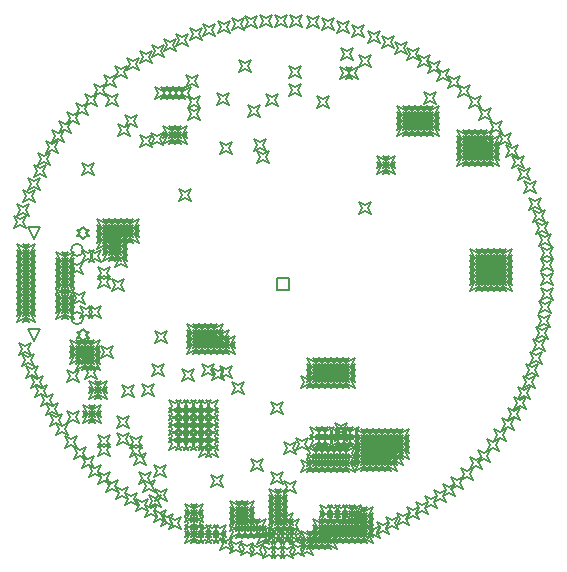
<source format=gbr>
G04 Layer_Color=2752767*
%FSLAX25Y25*%
%MOIN*%
%TF.FileFunction,Drawing*%
%TF.Part,Single*%
G01*
G75*
%ADD120C,0.00500*%
%ADD121C,0.00667*%
D120*
X360201Y306701D02*
Y310701D01*
X364201D01*
Y306701D01*
X360201D01*
X279071Y289693D02*
X277071Y293693D01*
X281071D01*
X279071Y289693D01*
Y323709D02*
X277071Y327709D01*
X281071D01*
X279071Y323709D01*
X295528Y323709D02*
X296528Y324709D01*
X297528D01*
X296528Y325709D01*
X297528Y326709D01*
X296528D01*
X295528Y327709D01*
X294528Y326709D01*
X293528D01*
X294528Y325709D01*
X293528Y324709D01*
X294528D01*
X295528Y323709D01*
X295528Y289693D02*
X296528Y290693D01*
X297528D01*
X296528Y291693D01*
X297528Y292693D01*
X296528D01*
X295528Y293693D01*
X294528Y292693D01*
X293528D01*
X294528Y291693D01*
X293528Y290693D01*
X294528D01*
X295528Y289693D01*
X306000Y314500D02*
X307000Y316500D01*
X306000Y318500D01*
X308000Y317500D01*
X310000Y318500D01*
X309000Y316500D01*
X310000Y314500D01*
X308000Y315500D01*
X306000Y314500D01*
X334000Y251000D02*
X335000Y253000D01*
X334000Y255000D01*
X336000Y254000D01*
X338000Y255000D01*
X337000Y253000D01*
X338000Y251000D01*
X336000Y252000D01*
X334000Y251000D01*
X336500D02*
X337500Y253000D01*
X336500Y255000D01*
X338500Y254000D01*
X340500Y255000D01*
X339500Y253000D01*
X340500Y251000D01*
X338500Y252000D01*
X336500Y251000D01*
X324000Y253500D02*
X325000Y255500D01*
X324000Y257500D01*
X326000Y256500D01*
X328000Y257500D01*
X327000Y255500D01*
X328000Y253500D01*
X326000Y254500D01*
X324000Y253500D01*
Y256000D02*
X325000Y258000D01*
X324000Y260000D01*
X326000Y259000D01*
X328000Y260000D01*
X327000Y258000D01*
X328000Y256000D01*
X326000Y257000D01*
X324000Y256000D01*
Y258500D02*
X325000Y260500D01*
X324000Y262500D01*
X326000Y261500D01*
X328000Y262500D01*
X327000Y260500D01*
X328000Y258500D01*
X326000Y259500D01*
X324000Y258500D01*
Y266000D02*
X325000Y268000D01*
X324000Y270000D01*
X326000Y269000D01*
X328000Y270000D01*
X327000Y268000D01*
X328000Y266000D01*
X326000Y267000D01*
X324000Y266000D01*
X326500D02*
X327500Y268000D01*
X326500Y270000D01*
X328500Y269000D01*
X330500Y270000D01*
X329500Y268000D01*
X330500Y266000D01*
X328500Y267000D01*
X326500Y266000D01*
X329000D02*
X330000Y268000D01*
X329000Y270000D01*
X331000Y269000D01*
X333000Y270000D01*
X332000Y268000D01*
X333000Y266000D01*
X331000Y267000D01*
X329000Y266000D01*
X331500D02*
X332500Y268000D01*
X331500Y270000D01*
X333500Y269000D01*
X335500Y270000D01*
X334500Y268000D01*
X335500Y266000D01*
X333500Y267000D01*
X331500Y266000D01*
X334000D02*
X335000Y268000D01*
X334000Y270000D01*
X336000Y269000D01*
X338000Y270000D01*
X337000Y268000D01*
X338000Y266000D01*
X336000Y267000D01*
X334000Y266000D01*
X336500D02*
X337500Y268000D01*
X336500Y270000D01*
X338500Y269000D01*
X340500Y270000D01*
X339500Y268000D01*
X340500Y266000D01*
X338500Y267000D01*
X336500Y266000D01*
X324000Y261000D02*
X325000Y263000D01*
X324000Y265000D01*
X326000Y264000D01*
X328000Y265000D01*
X327000Y263000D01*
X328000Y261000D01*
X326000Y262000D01*
X324000Y261000D01*
Y263500D02*
X325000Y265500D01*
X324000Y267500D01*
X326000Y266500D01*
X328000Y267500D01*
X327000Y265500D01*
X328000Y263500D01*
X326000Y264500D01*
X324000Y263500D01*
X319500Y236500D02*
X320500Y238500D01*
X319500Y240500D01*
X321500Y239500D01*
X323500Y240500D01*
X322500Y238500D01*
X323500Y236500D01*
X321500Y237500D01*
X319500Y236500D01*
X313000Y233000D02*
X314000Y235000D01*
X313000Y237000D01*
X315000Y236000D01*
X317000Y237000D01*
X316000Y235000D01*
X317000Y233000D01*
X315000Y234000D01*
X313000Y233000D01*
X316000Y231000D02*
X317000Y233000D01*
X316000Y235000D01*
X318000Y234000D01*
X320000Y235000D01*
X319000Y233000D01*
X320000Y231000D01*
X318000Y232000D01*
X316000Y231000D01*
X315500Y239500D02*
X316500Y241500D01*
X315500Y243500D01*
X317500Y242500D01*
X319500Y243500D01*
X318500Y241500D01*
X319500Y239500D01*
X317500Y240500D01*
X315500Y239500D01*
X309500Y235000D02*
X310500Y237000D01*
X309500Y239000D01*
X311500Y238000D01*
X313500Y239000D01*
X312500Y237000D01*
X313500Y235000D01*
X311500Y236000D01*
X309500Y235000D01*
X420000Y356000D02*
X421000Y358000D01*
X420000Y360000D01*
X422000Y359000D01*
X424000Y360000D01*
X423000Y358000D01*
X424000Y356000D01*
X422000Y357000D01*
X420000Y356000D01*
X314000Y242000D02*
X315000Y244000D01*
X314000Y246000D01*
X316000Y245000D01*
X318000Y246000D01*
X317000Y244000D01*
X318000Y242000D01*
X316000Y243000D01*
X314000Y242000D01*
X306500Y237000D02*
X307500Y239000D01*
X306500Y241000D01*
X308500Y240000D01*
X310500Y241000D01*
X309500Y239000D01*
X310500Y237000D01*
X308500Y238000D01*
X306500Y237000D01*
X317500Y234500D02*
X318500Y236500D01*
X317500Y238500D01*
X319500Y237500D01*
X321500Y238500D01*
X320500Y236500D01*
X321500Y234500D01*
X319500Y235500D01*
X317500Y234500D01*
X341000Y277500D02*
X342000Y279500D01*
X341000Y281500D01*
X343000Y280500D01*
X345000Y281500D01*
X344000Y279500D01*
X345000Y277500D01*
X343000Y278500D01*
X341000Y277500D01*
X312500Y248500D02*
X313500Y250500D01*
X312500Y252500D01*
X314500Y251500D01*
X316500Y252500D01*
X315500Y250500D01*
X316500Y248500D01*
X314500Y249500D01*
X312500Y248500D01*
X303000Y239500D02*
X304000Y241500D01*
X303000Y243500D01*
X305000Y242500D01*
X307000Y243500D01*
X306000Y241500D01*
X307000Y239500D01*
X305000Y240500D01*
X303000Y239500D01*
X311000Y251000D02*
X312000Y253000D01*
X311000Y255000D01*
X313000Y254000D01*
X315000Y255000D01*
X314000Y253000D01*
X315000Y251000D01*
X313000Y252000D01*
X311000Y251000D01*
X300500Y242000D02*
X301500Y244000D01*
X300500Y246000D01*
X302500Y245000D01*
X304500Y246000D01*
X303500Y244000D01*
X304500Y242000D01*
X302500Y243000D01*
X300500Y242000D01*
X368000Y220500D02*
X369000Y222500D01*
X368000Y224500D01*
X370000Y223500D01*
X372000Y224500D01*
X371000Y222500D01*
X372000Y220500D01*
X370000Y221500D01*
X368000Y220500D01*
Y222500D02*
X369000Y224500D01*
X368000Y226500D01*
X370000Y225500D01*
X372000Y226500D01*
X371000Y224500D01*
X372000Y222500D01*
X370000Y223500D01*
X368000Y222500D01*
X374000Y220500D02*
X375000Y222500D01*
X374000Y224500D01*
X376000Y223500D01*
X378000Y224500D01*
X377000Y222500D01*
X378000Y220500D01*
X376000Y221500D01*
X374000Y220500D01*
X382000Y229000D02*
X383000Y231000D01*
X382000Y233000D01*
X384000Y232000D01*
X386000Y233000D01*
X385000Y231000D01*
X386000Y229000D01*
X384000Y230000D01*
X382000Y229000D01*
X384000D02*
X385000Y231000D01*
X384000Y233000D01*
X386000Y232000D01*
X388000Y233000D01*
X387000Y231000D01*
X388000Y229000D01*
X386000Y230000D01*
X384000Y229000D01*
Y231000D02*
X385000Y233000D01*
X384000Y235000D01*
X386000Y234000D01*
X388000Y235000D01*
X387000Y233000D01*
X388000Y231000D01*
X386000Y232000D01*
X384000Y231000D01*
X382000D02*
X383000Y233000D01*
X382000Y235000D01*
X384000Y234000D01*
X386000Y235000D01*
X385000Y233000D01*
X386000Y231000D01*
X384000Y232000D01*
X382000Y231000D01*
X377000Y229000D02*
X378000Y231000D01*
X377000Y233000D01*
X379000Y232000D01*
X381000Y233000D01*
X380000Y231000D01*
X381000Y229000D01*
X379000Y230000D01*
X377000Y229000D01*
Y231000D02*
X378000Y233000D01*
X377000Y235000D01*
X379000Y234000D01*
X381000Y235000D01*
X380000Y233000D01*
X381000Y231000D01*
X379000Y232000D01*
X377000Y231000D01*
X376000Y220500D02*
X377000Y222500D01*
X376000Y224500D01*
X378000Y223500D01*
X380000Y224500D01*
X379000Y222500D01*
X380000Y220500D01*
X378000Y221500D01*
X376000Y220500D01*
X372000D02*
X373000Y222500D01*
X372000Y224500D01*
X374000Y223500D01*
X376000Y224500D01*
X375000Y222500D01*
X376000Y220500D01*
X374000Y221500D01*
X372000Y220500D01*
X368000Y218500D02*
X369000Y220500D01*
X368000Y222500D01*
X370000Y221500D01*
X372000Y222500D01*
X371000Y220500D01*
X372000Y218500D01*
X370000Y219500D01*
X368000Y218500D01*
X390500Y224000D02*
X391500Y226000D01*
X390500Y228000D01*
X392500Y227000D01*
X394500Y228000D01*
X393500Y226000D01*
X394500Y224000D01*
X392500Y225000D01*
X390500Y224000D01*
X365000Y218000D02*
X366000Y220000D01*
X365000Y222000D01*
X367000Y221000D01*
X369000Y222000D01*
X368000Y220000D01*
X369000Y218000D01*
X367000Y219000D01*
X365000Y218000D01*
X361500Y217500D02*
X362500Y219500D01*
X361500Y221500D01*
X363500Y220500D01*
X365500Y221500D01*
X364500Y219500D01*
X365500Y217500D01*
X363500Y218500D01*
X361500Y217500D01*
X358500D02*
X359500Y219500D01*
X358500Y221500D01*
X360500Y220500D01*
X362500Y221500D01*
X361500Y219500D01*
X362500Y217500D01*
X360500Y218500D01*
X358500Y217500D01*
X355500D02*
X356500Y219500D01*
X355500Y221500D01*
X357500Y220500D01*
X359500Y221500D01*
X358500Y219500D01*
X359500Y217500D01*
X357500Y218500D01*
X355500Y217500D01*
X351500Y218000D02*
X352500Y220000D01*
X351500Y222000D01*
X353500Y221000D01*
X355500Y222000D01*
X354500Y220000D01*
X355500Y218000D01*
X353500Y219000D01*
X351500Y218000D01*
X348000Y218500D02*
X349000Y220500D01*
X348000Y222500D01*
X350000Y221500D01*
X352000Y222500D01*
X351000Y220500D01*
X352000Y218500D01*
X350000Y219500D01*
X348000Y218500D01*
X344500Y219000D02*
X345500Y221000D01*
X344500Y223000D01*
X346500Y222000D01*
X348500Y223000D01*
X347500Y221000D01*
X348500Y219000D01*
X346500Y220000D01*
X344500Y219000D01*
X341000Y220000D02*
X342000Y222000D01*
X341000Y224000D01*
X343000Y223000D01*
X345000Y224000D01*
X344000Y222000D01*
X345000Y220000D01*
X343000Y221000D01*
X341000Y220000D01*
X398000Y248500D02*
X399000Y250500D01*
X398000Y252500D01*
X400000Y251500D01*
X402000Y252500D01*
X401000Y250500D01*
X402000Y248500D01*
X400000Y249500D01*
X398000Y248500D01*
X400000Y250500D02*
X401000Y252500D01*
X400000Y254500D01*
X402000Y253500D01*
X404000Y254500D01*
X403000Y252500D01*
X404000Y250500D01*
X402000Y251500D01*
X400000Y250500D01*
X398000D02*
X399000Y252500D01*
X398000Y254500D01*
X400000Y253500D01*
X402000Y254500D01*
X401000Y252500D01*
X402000Y250500D01*
X400000Y251500D01*
X398000Y250500D01*
Y252500D02*
X399000Y254500D01*
X398000Y256500D01*
X400000Y255500D01*
X402000Y256500D01*
X401000Y254500D01*
X402000Y252500D01*
X400000Y253500D01*
X398000Y252500D01*
X400000D02*
X401000Y254500D01*
X400000Y256500D01*
X402000Y255500D01*
X404000Y256500D01*
X403000Y254500D01*
X404000Y252500D01*
X402000Y253500D01*
X400000Y252500D01*
Y254500D02*
X401000Y256500D01*
X400000Y258500D01*
X402000Y257500D01*
X404000Y258500D01*
X403000Y256500D01*
X404000Y254500D01*
X402000Y255500D01*
X400000Y254500D01*
X398000D02*
X399000Y256500D01*
X398000Y258500D01*
X400000Y257500D01*
X402000Y258500D01*
X401000Y256500D01*
X402000Y254500D01*
X400000Y255500D01*
X398000Y254500D01*
X400000Y256500D02*
X401000Y258500D01*
X400000Y260500D01*
X402000Y259500D01*
X404000Y260500D01*
X403000Y258500D01*
X404000Y256500D01*
X402000Y257500D01*
X400000Y256500D01*
X398000D02*
X399000Y258500D01*
X398000Y260500D01*
X400000Y259500D01*
X402000Y260500D01*
X401000Y258500D01*
X402000Y256500D01*
X400000Y257500D01*
X398000Y256500D01*
X348500Y228500D02*
X349500Y230500D01*
X348500Y232500D01*
X350500Y231500D01*
X352500Y232500D01*
X351500Y230500D01*
X352500Y228500D01*
X350500Y229500D01*
X348500Y228500D01*
Y230500D02*
X349500Y232500D01*
X348500Y234500D01*
X350500Y233500D01*
X352500Y234500D01*
X351500Y232500D01*
X352500Y230500D01*
X350500Y231500D01*
X348500Y230500D01*
Y232500D02*
X349500Y234500D01*
X348500Y236500D01*
X350500Y235500D01*
X352500Y236500D01*
X351500Y234500D01*
X352500Y232500D01*
X350500Y233500D01*
X348500Y232500D01*
X346500D02*
X347500Y234500D01*
X346500Y236500D01*
X348500Y235500D01*
X350500Y236500D01*
X349500Y234500D01*
X350500Y232500D01*
X348500Y233500D01*
X346500Y232500D01*
X352500Y226500D02*
X353500Y228500D01*
X352500Y230500D01*
X354500Y229500D01*
X356500Y230500D01*
X355500Y228500D01*
X356500Y226500D01*
X354500Y227500D01*
X352500Y226500D01*
X348500D02*
X349500Y228500D01*
X348500Y230500D01*
X350500Y229500D01*
X352500Y230500D01*
X351500Y228500D01*
X352500Y226500D01*
X350500Y227500D01*
X348500Y226500D01*
X383500Y257000D02*
X384500Y259000D01*
X383500Y261000D01*
X385500Y260000D01*
X387500Y261000D01*
X386500Y259000D01*
X387500Y257000D01*
X385500Y258000D01*
X383500Y257000D01*
X381500D02*
X382500Y259000D01*
X381500Y261000D01*
X383500Y260000D01*
X385500Y261000D01*
X384500Y259000D01*
X385500Y257000D01*
X383500Y258000D01*
X381500Y257000D01*
X377500D02*
X378500Y259000D01*
X377500Y261000D01*
X379500Y260000D01*
X381500Y261000D01*
X380500Y259000D01*
X381500Y257000D01*
X379500Y258000D01*
X377500Y257000D01*
X371000D02*
X372000Y259000D01*
X371000Y261000D01*
X373000Y260000D01*
X375000Y261000D01*
X374000Y259000D01*
X375000Y257000D01*
X373000Y258000D01*
X371000Y257000D01*
X373000D02*
X374000Y259000D01*
X373000Y261000D01*
X375000Y260000D01*
X377000Y261000D01*
X376000Y259000D01*
X377000Y257000D01*
X375000Y258000D01*
X373000Y257000D01*
X370000Y280000D02*
X371000Y282000D01*
X370000Y284000D01*
X372000Y283000D01*
X374000Y284000D01*
X373000Y282000D01*
X374000Y280000D01*
X372000Y281000D01*
X370000Y280000D01*
Y278000D02*
X371000Y280000D01*
X370000Y282000D01*
X372000Y281000D01*
X374000Y282000D01*
X373000Y280000D01*
X374000Y278000D01*
X372000Y279000D01*
X370000Y278000D01*
X372000D02*
X373000Y280000D01*
X372000Y282000D01*
X374000Y281000D01*
X376000Y282000D01*
X375000Y280000D01*
X376000Y278000D01*
X374000Y279000D01*
X372000Y278000D01*
X372000Y279968D02*
X373000Y281968D01*
X372000Y283968D01*
X374000Y282968D01*
X376000Y283968D01*
X375000Y281968D01*
X376000Y279968D01*
X374000Y280968D01*
X372000Y279968D01*
X370000Y276000D02*
X371000Y278000D01*
X370000Y280000D01*
X372000Y279000D01*
X374000Y280000D01*
X373000Y278000D01*
X374000Y276000D01*
X372000Y277000D01*
X370000Y276000D01*
X372000D02*
X373000Y278000D01*
X372000Y280000D01*
X374000Y279000D01*
X376000Y280000D01*
X375000Y278000D01*
X376000Y276000D01*
X374000Y277000D01*
X372000Y276000D01*
X350500Y226500D02*
X351500Y228500D01*
X350500Y230500D01*
X352500Y229500D01*
X354500Y230500D01*
X353500Y228500D01*
X354500Y226500D01*
X352500Y227500D01*
X350500Y226500D01*
X344500Y232500D02*
X345500Y234500D01*
X344500Y236500D01*
X346500Y235500D01*
X348500Y236500D01*
X347500Y234500D01*
X348500Y232500D01*
X346500Y233500D01*
X344500Y232500D01*
X362500Y252000D02*
X363500Y254000D01*
X362500Y256000D01*
X364500Y255000D01*
X366500Y256000D01*
X365500Y254000D01*
X366500Y252000D01*
X364500Y253000D01*
X362500Y252000D01*
X366500Y253500D02*
X367500Y255500D01*
X366500Y257500D01*
X368500Y256500D01*
X370500Y257500D01*
X369500Y255500D01*
X370500Y253500D01*
X368500Y254500D01*
X366500Y253500D01*
X381500Y254500D02*
X382500Y256500D01*
X381500Y258500D01*
X383500Y257500D01*
X385500Y258500D01*
X384500Y256500D01*
X385500Y254500D01*
X383500Y255500D01*
X381500Y254500D01*
X383500D02*
X384500Y256500D01*
X383500Y258500D01*
X385500Y257500D01*
X387500Y258500D01*
X386500Y256500D01*
X387500Y254500D01*
X385500Y255500D01*
X383500Y254500D01*
X386000D02*
X387000Y256500D01*
X386000Y258500D01*
X388000Y257500D01*
X390000Y258500D01*
X389000Y256500D01*
X390000Y254500D01*
X388000Y255500D01*
X386000Y254500D01*
Y252500D02*
X387000Y254500D01*
X386000Y256500D01*
X388000Y255500D01*
X390000Y256500D01*
X389000Y254500D01*
X390000Y252500D01*
X388000Y253500D01*
X386000Y252500D01*
X388000Y254500D02*
X389000Y256500D01*
X388000Y258500D01*
X390000Y257500D01*
X392000Y258500D01*
X391000Y256500D01*
X392000Y254500D01*
X390000Y255500D01*
X388000Y254500D01*
X390000D02*
X391000Y256500D01*
X390000Y258500D01*
X392000Y257500D01*
X394000Y258500D01*
X393000Y256500D01*
X394000Y254500D01*
X392000Y255500D01*
X390000Y254500D01*
X392000D02*
X393000Y256500D01*
X392000Y258500D01*
X394000Y257500D01*
X396000Y258500D01*
X395000Y256500D01*
X396000Y254500D01*
X394000Y255500D01*
X392000Y254500D01*
X388000Y252500D02*
X389000Y254500D01*
X388000Y256500D01*
X390000Y255500D01*
X392000Y256500D01*
X391000Y254500D01*
X392000Y252500D01*
X390000Y253500D01*
X388000Y252500D01*
X390000D02*
X391000Y254500D01*
X390000Y256500D01*
X392000Y255500D01*
X394000Y256500D01*
X393000Y254500D01*
X394000Y252500D01*
X392000Y253500D01*
X390000Y252500D01*
X392000D02*
X393000Y254500D01*
X392000Y256500D01*
X394000Y255500D01*
X396000Y256500D01*
X395000Y254500D01*
X396000Y252500D01*
X394000Y253500D01*
X392000Y252500D01*
Y250500D02*
X393000Y252500D01*
X392000Y254500D01*
X394000Y253500D01*
X396000Y254500D01*
X395000Y252500D01*
X396000Y250500D01*
X394000Y251500D01*
X392000Y250500D01*
X390000D02*
X391000Y252500D01*
X390000Y254500D01*
X392000Y253500D01*
X394000Y254500D01*
X393000Y252500D01*
X394000Y250500D01*
X392000Y251500D01*
X390000Y250500D01*
X388000D02*
X389000Y252500D01*
X388000Y254500D01*
X390000Y253500D01*
X392000Y254500D01*
X391000Y252500D01*
X392000Y250500D01*
X390000Y251500D01*
X388000Y250500D01*
X386000D02*
X387000Y252500D01*
X386000Y254500D01*
X388000Y253500D01*
X390000Y254500D01*
X389000Y252500D01*
X390000Y250500D01*
X388000Y251500D01*
X386000Y250500D01*
Y248500D02*
X387000Y250500D01*
X386000Y252500D01*
X388000Y251500D01*
X390000Y252500D01*
X389000Y250500D01*
X390000Y248500D01*
X388000Y249500D01*
X386000Y248500D01*
X388000D02*
X389000Y250500D01*
X388000Y252500D01*
X390000Y251500D01*
X392000Y252500D01*
X391000Y250500D01*
X392000Y248500D01*
X390000Y249500D01*
X388000Y248500D01*
X390000D02*
X391000Y250500D01*
X390000Y252500D01*
X392000Y251500D01*
X394000Y252500D01*
X393000Y250500D01*
X394000Y248500D01*
X392000Y249500D01*
X390000Y248500D01*
X392000D02*
X393000Y250500D01*
X392000Y252500D01*
X394000Y251500D01*
X396000Y252500D01*
X395000Y250500D01*
X396000Y248500D01*
X394000Y249500D01*
X392000Y248500D01*
X394000D02*
X395000Y250500D01*
X394000Y252500D01*
X396000Y251500D01*
X398000Y252500D01*
X397000Y250500D01*
X398000Y248500D01*
X396000Y249500D01*
X394000Y248500D01*
Y250500D02*
X395000Y252500D01*
X394000Y254500D01*
X396000Y253500D01*
X398000Y254500D01*
X397000Y252500D01*
X398000Y250500D01*
X396000Y251500D01*
X394000Y250500D01*
Y252500D02*
X395000Y254500D01*
X394000Y256500D01*
X396000Y255500D01*
X398000Y256500D01*
X397000Y254500D01*
X398000Y252500D01*
X396000Y253500D01*
X394000Y252500D01*
Y254500D02*
X395000Y256500D01*
X394000Y258500D01*
X396000Y257500D01*
X398000Y258500D01*
X397000Y256500D01*
X398000Y254500D01*
X396000Y255500D01*
X394000Y254500D01*
X396000D02*
X397000Y256500D01*
X396000Y258500D01*
X398000Y257500D01*
X400000Y258500D01*
X399000Y256500D01*
X400000Y254500D01*
X398000Y255500D01*
X396000Y254500D01*
Y252500D02*
X397000Y254500D01*
X396000Y256500D01*
X398000Y255500D01*
X400000Y256500D01*
X399000Y254500D01*
X400000Y252500D01*
X398000Y253500D01*
X396000Y252500D01*
Y250500D02*
X397000Y252500D01*
X396000Y254500D01*
X398000Y253500D01*
X400000Y254500D01*
X399000Y252500D01*
X400000Y250500D01*
X398000Y251500D01*
X396000Y250500D01*
Y248500D02*
X397000Y250500D01*
X396000Y252500D01*
X398000Y251500D01*
X400000Y252500D01*
X399000Y250500D01*
X400000Y248500D01*
X398000Y249500D01*
X396000Y248500D01*
Y246500D02*
X397000Y248500D01*
X396000Y250500D01*
X398000Y249500D01*
X400000Y250500D01*
X399000Y248500D01*
X400000Y246500D01*
X398000Y247500D01*
X396000Y246500D01*
X394000D02*
X395000Y248500D01*
X394000Y250500D01*
X396000Y249500D01*
X398000Y250500D01*
X397000Y248500D01*
X398000Y246500D01*
X396000Y247500D01*
X394000Y246500D01*
X392000D02*
X393000Y248500D01*
X392000Y250500D01*
X394000Y249500D01*
X396000Y250500D01*
X395000Y248500D01*
X396000Y246500D01*
X394000Y247500D01*
X392000Y246500D01*
X390000D02*
X391000Y248500D01*
X390000Y250500D01*
X392000Y249500D01*
X394000Y250500D01*
X393000Y248500D01*
X394000Y246500D01*
X392000Y247500D01*
X390000Y246500D01*
X388000D02*
X389000Y248500D01*
X388000Y250500D01*
X390000Y249500D01*
X392000Y250500D01*
X391000Y248500D01*
X392000Y246500D01*
X390000Y247500D01*
X388000Y246500D01*
X386000D02*
X387000Y248500D01*
X386000Y250500D01*
X388000Y249500D01*
X390000Y250500D01*
X389000Y248500D01*
X390000Y246500D01*
X388000Y247500D01*
X386000Y246500D01*
X396000Y256500D02*
X397000Y258500D01*
X396000Y260500D01*
X398000Y259500D01*
X400000Y260500D01*
X399000Y258500D01*
X400000Y256500D01*
X398000Y257500D01*
X396000Y256500D01*
X394000D02*
X395000Y258500D01*
X394000Y260500D01*
X396000Y259500D01*
X398000Y260500D01*
X397000Y258500D01*
X398000Y256500D01*
X396000Y257500D01*
X394000Y256500D01*
X392000D02*
X393000Y258500D01*
X392000Y260500D01*
X394000Y259500D01*
X396000Y260500D01*
X395000Y258500D01*
X396000Y256500D01*
X394000Y257500D01*
X392000Y256500D01*
X390000D02*
X391000Y258500D01*
X390000Y260500D01*
X392000Y259500D01*
X394000Y260500D01*
X393000Y258500D01*
X394000Y256500D01*
X392000Y257500D01*
X390000Y256500D01*
X388000D02*
X389000Y258500D01*
X388000Y260500D01*
X390000Y259500D01*
X392000Y260500D01*
X391000Y258500D01*
X392000Y256500D01*
X390000Y257500D01*
X388000Y256500D01*
X386000D02*
X387000Y258500D01*
X386000Y260500D01*
X388000Y259500D01*
X390000Y260500D01*
X389000Y258500D01*
X390000Y256500D01*
X388000Y257500D01*
X386000Y256500D01*
X379500Y258500D02*
X380500Y260500D01*
X379500Y262500D01*
X381500Y261500D01*
X383500Y262500D01*
X382500Y260500D01*
X383500Y258500D01*
X381500Y259500D01*
X379500Y258500D01*
Y256500D02*
X380500Y258500D01*
X379500Y260500D01*
X381500Y259500D01*
X383500Y260500D01*
X382500Y258500D01*
X383500Y256500D01*
X381500Y257500D01*
X379500Y256500D01*
Y254500D02*
X380500Y256500D01*
X379500Y258500D01*
X381500Y257500D01*
X383500Y258500D01*
X382500Y256500D01*
X383500Y254500D01*
X381500Y255500D01*
X379500Y254500D01*
X382000Y246000D02*
X383000Y248000D01*
X382000Y250000D01*
X384000Y249000D01*
X386000Y250000D01*
X385000Y248000D01*
X386000Y246000D01*
X384000Y247000D01*
X382000Y246000D01*
Y248000D02*
X383000Y250000D01*
X382000Y252000D01*
X384000Y251000D01*
X386000Y252000D01*
X385000Y250000D01*
X386000Y248000D01*
X384000Y249000D01*
X382000Y248000D01*
X380000D02*
X381000Y250000D01*
X380000Y252000D01*
X382000Y251000D01*
X384000Y252000D01*
X383000Y250000D01*
X384000Y248000D01*
X382000Y249000D01*
X380000Y248000D01*
X378000D02*
X379000Y250000D01*
X378000Y252000D01*
X380000Y251000D01*
X382000Y252000D01*
X381000Y250000D01*
X382000Y248000D01*
X380000Y249000D01*
X378000Y248000D01*
X380000Y246000D02*
X381000Y248000D01*
X380000Y250000D01*
X382000Y249000D01*
X384000Y250000D01*
X383000Y248000D01*
X384000Y246000D01*
X382000Y247000D01*
X380000Y246000D01*
X378000D02*
X379000Y248000D01*
X378000Y250000D01*
X380000Y249000D01*
X382000Y250000D01*
X381000Y248000D01*
X382000Y246000D01*
X380000Y247000D01*
X378000Y246000D01*
X376000Y248000D02*
X377000Y250000D01*
X376000Y252000D01*
X378000Y251000D01*
X380000Y252000D01*
X379000Y250000D01*
X380000Y248000D01*
X378000Y249000D01*
X376000Y248000D01*
Y246000D02*
X377000Y248000D01*
X376000Y250000D01*
X378000Y249000D01*
X380000Y250000D01*
X379000Y248000D01*
X380000Y246000D01*
X378000Y247000D01*
X376000Y246000D01*
X374000D02*
X375000Y248000D01*
X374000Y250000D01*
X376000Y249000D01*
X378000Y250000D01*
X377000Y248000D01*
X378000Y246000D01*
X376000Y247000D01*
X374000Y246000D01*
Y248000D02*
X375000Y250000D01*
X374000Y252000D01*
X376000Y251000D01*
X378000Y252000D01*
X377000Y250000D01*
X378000Y248000D01*
X376000Y249000D01*
X374000Y248000D01*
X372000Y246000D02*
X373000Y248000D01*
X372000Y250000D01*
X374000Y249000D01*
X376000Y250000D01*
X375000Y248000D01*
X376000Y246000D01*
X374000Y247000D01*
X372000Y246000D01*
Y248000D02*
X373000Y250000D01*
X372000Y252000D01*
X374000Y251000D01*
X376000Y252000D01*
X375000Y250000D01*
X376000Y248000D01*
X374000Y249000D01*
X372000Y248000D01*
X370000Y246000D02*
X371000Y248000D01*
X370000Y250000D01*
X372000Y249000D01*
X374000Y250000D01*
X373000Y248000D01*
X374000Y246000D01*
X372000Y247000D01*
X370000Y246000D01*
X368000D02*
X369000Y248000D01*
X368000Y250000D01*
X370000Y249000D01*
X372000Y250000D01*
X371000Y248000D01*
X372000Y246000D01*
X370000Y247000D01*
X368000Y246000D01*
X372000Y226500D02*
X373000Y228500D01*
X372000Y230500D01*
X374000Y229500D01*
X376000Y230500D01*
X375000Y228500D01*
X376000Y226500D01*
X374000Y227500D01*
X372000Y226500D01*
X374000D02*
X375000Y228500D01*
X374000Y230500D01*
X376000Y229500D01*
X378000Y230500D01*
X377000Y228500D01*
X378000Y226500D01*
X376000Y227500D01*
X374000Y226500D01*
X376000D02*
X377000Y228500D01*
X376000Y230500D01*
X378000Y229500D01*
X380000Y230500D01*
X379000Y228500D01*
X380000Y226500D01*
X378000Y227500D01*
X376000Y226500D01*
X378000D02*
X379000Y228500D01*
X378000Y230500D01*
X380000Y229500D01*
X382000Y230500D01*
X381000Y228500D01*
X382000Y226500D01*
X380000Y227500D01*
X378000Y226500D01*
X380000D02*
X381000Y228500D01*
X380000Y230500D01*
X382000Y229500D01*
X384000Y230500D01*
X383000Y228500D01*
X384000Y226500D01*
X382000Y227500D01*
X380000Y226500D01*
X382000D02*
X383000Y228500D01*
X382000Y230500D01*
X384000Y229500D01*
X386000Y230500D01*
X385000Y228500D01*
X386000Y226500D01*
X384000Y227500D01*
X382000Y226500D01*
Y224500D02*
X383000Y226500D01*
X382000Y228500D01*
X384000Y227500D01*
X386000Y228500D01*
X385000Y226500D01*
X386000Y224500D01*
X384000Y225500D01*
X382000Y224500D01*
X380000D02*
X381000Y226500D01*
X380000Y228500D01*
X382000Y227500D01*
X384000Y228500D01*
X383000Y226500D01*
X384000Y224500D01*
X382000Y225500D01*
X380000Y224500D01*
X378000D02*
X379000Y226500D01*
X378000Y228500D01*
X380000Y227500D01*
X382000Y228500D01*
X381000Y226500D01*
X382000Y224500D01*
X380000Y225500D01*
X378000Y224500D01*
X376000D02*
X377000Y226500D01*
X376000Y228500D01*
X378000Y227500D01*
X380000Y228500D01*
X379000Y226500D01*
X380000Y224500D01*
X378000Y225500D01*
X376000Y224500D01*
X374000D02*
X375000Y226500D01*
X374000Y228500D01*
X376000Y227500D01*
X378000Y228500D01*
X377000Y226500D01*
X378000Y224500D01*
X376000Y225500D01*
X374000Y224500D01*
X372000D02*
X373000Y226500D01*
X372000Y228500D01*
X374000Y227500D01*
X376000Y228500D01*
X375000Y226500D01*
X376000Y224500D01*
X374000Y225500D01*
X372000Y224500D01*
Y222500D02*
X373000Y224500D01*
X372000Y226500D01*
X374000Y225500D01*
X376000Y226500D01*
X375000Y224500D01*
X376000Y222500D01*
X374000Y223500D01*
X372000Y222500D01*
X374000D02*
X375000Y224500D01*
X374000Y226500D01*
X376000Y225500D01*
X378000Y226500D01*
X377000Y224500D01*
X378000Y222500D01*
X376000Y223500D01*
X374000Y222500D01*
X376000D02*
X377000Y224500D01*
X376000Y226500D01*
X378000Y225500D01*
X380000Y226500D01*
X379000Y224500D01*
X380000Y222500D01*
X378000Y223500D01*
X376000Y222500D01*
X378000D02*
X379000Y224500D01*
X378000Y226500D01*
X380000Y225500D01*
X382000Y226500D01*
X381000Y224500D01*
X382000Y222500D01*
X380000Y223500D01*
X378000Y222500D01*
X380000D02*
X381000Y224500D01*
X380000Y226500D01*
X382000Y225500D01*
X384000Y226500D01*
X383000Y224500D01*
X384000Y222500D01*
X382000Y223500D01*
X380000Y222500D01*
X382000D02*
X383000Y224500D01*
X382000Y226500D01*
X384000Y225500D01*
X386000Y226500D01*
X385000Y224500D01*
X386000Y222500D01*
X384000Y223500D01*
X382000Y222500D01*
X384000Y224500D02*
X385000Y226500D01*
X384000Y228500D01*
X386000Y227500D01*
X388000Y228500D01*
X387000Y226500D01*
X388000Y224500D01*
X386000Y225500D01*
X384000Y224500D01*
Y226500D02*
X385000Y228500D01*
X384000Y230500D01*
X386000Y229500D01*
X388000Y230500D01*
X387000Y228500D01*
X388000Y226500D01*
X386000Y227500D01*
X384000Y226500D01*
X386000Y224500D02*
X387000Y226500D01*
X386000Y228500D01*
X388000Y227500D01*
X390000Y228500D01*
X389000Y226500D01*
X390000Y224500D01*
X388000Y225500D01*
X386000Y224500D01*
Y226500D02*
X387000Y228500D01*
X386000Y230500D01*
X388000Y229500D01*
X390000Y230500D01*
X389000Y228500D01*
X390000Y226500D01*
X388000Y227500D01*
X386000Y226500D01*
Y228500D02*
X387000Y230500D01*
X386000Y232500D01*
X388000Y231500D01*
X390000Y232500D01*
X389000Y230500D01*
X390000Y228500D01*
X388000Y229500D01*
X386000Y228500D01*
Y230500D02*
X387000Y232500D01*
X386000Y234500D01*
X388000Y233500D01*
X390000Y234500D01*
X389000Y232500D01*
X390000Y230500D01*
X388000Y231500D01*
X386000Y230500D01*
X379500Y229000D02*
X380500Y231000D01*
X379500Y233000D01*
X381500Y232000D01*
X383500Y233000D01*
X382500Y231000D01*
X383500Y229000D01*
X381500Y230000D01*
X379500Y229000D01*
Y231000D02*
X380500Y233000D01*
X379500Y235000D01*
X381500Y234000D01*
X383500Y235000D01*
X382500Y233000D01*
X383500Y231000D01*
X381500Y232000D01*
X379500Y231000D01*
X374500D02*
X375500Y233000D01*
X374500Y235000D01*
X376500Y234000D01*
X378500Y235000D01*
X377500Y233000D01*
X378500Y231000D01*
X376500Y232000D01*
X374500Y231000D01*
Y229000D02*
X375500Y231000D01*
X374500Y233000D01*
X376500Y232000D01*
X378500Y233000D01*
X377500Y231000D01*
X378500Y229000D01*
X376500Y230000D01*
X374500Y229000D01*
X388000Y230500D02*
X389000Y232500D01*
X388000Y234500D01*
X390000Y233500D01*
X392000Y234500D01*
X391000Y232500D01*
X392000Y230500D01*
X390000Y231500D01*
X388000Y230500D01*
Y228500D02*
X389000Y230500D01*
X388000Y232500D01*
X390000Y231500D01*
X392000Y232500D01*
X391000Y230500D01*
X392000Y228500D01*
X390000Y229500D01*
X388000Y228500D01*
Y226500D02*
X389000Y228500D01*
X388000Y230500D01*
X390000Y229500D01*
X392000Y230500D01*
X391000Y228500D01*
X392000Y226500D01*
X390000Y227500D01*
X388000Y226500D01*
Y224500D02*
X389000Y226500D01*
X388000Y228500D01*
X390000Y227500D01*
X392000Y228500D01*
X391000Y226500D01*
X392000Y224500D01*
X390000Y225500D01*
X388000Y224500D01*
X384000Y222500D02*
X385000Y224500D01*
X384000Y226500D01*
X386000Y225500D01*
X388000Y226500D01*
X387000Y224500D01*
X388000Y222500D01*
X386000Y223500D01*
X384000Y222500D01*
X362500Y239000D02*
X363500Y241000D01*
X362500Y243000D01*
X364500Y242000D01*
X366500Y243000D01*
X365500Y241000D01*
X366500Y239000D01*
X364500Y240000D01*
X362500Y239000D01*
X359500Y232500D02*
X360500Y234500D01*
X359500Y236500D01*
X361500Y235500D01*
X363500Y236500D01*
X362500Y234500D01*
X363500Y232500D01*
X361500Y233500D01*
X359500Y232500D01*
X357500D02*
X358500Y234500D01*
X357500Y236500D01*
X359500Y235500D01*
X361500Y236500D01*
X360500Y234500D01*
X361500Y232500D01*
X359500Y233500D01*
X357500Y232500D01*
Y230500D02*
X358500Y232500D01*
X357500Y234500D01*
X359500Y233500D01*
X361500Y234500D01*
X360500Y232500D01*
X361500Y230500D01*
X359500Y231500D01*
X357500Y230500D01*
X359500D02*
X360500Y232500D01*
X359500Y234500D01*
X361500Y233500D01*
X363500Y234500D01*
X362500Y232500D01*
X363500Y230500D01*
X361500Y231500D01*
X359500Y230500D01*
Y228500D02*
X360500Y230500D01*
X359500Y232500D01*
X361500Y231500D01*
X363500Y232500D01*
X362500Y230500D01*
X363500Y228500D01*
X361500Y229500D01*
X359500Y228500D01*
X357500D02*
X358500Y230500D01*
X357500Y232500D01*
X359500Y231500D01*
X361500Y232500D01*
X360500Y230500D01*
X361500Y228500D01*
X359500Y229500D01*
X357500Y228500D01*
Y226500D02*
X358500Y228500D01*
X357500Y230500D01*
X359500Y229500D01*
X361500Y230500D01*
X360500Y228500D01*
X361500Y226500D01*
X359500Y227500D01*
X357500Y226500D01*
X359500D02*
X360500Y228500D01*
X359500Y230500D01*
X361500Y229500D01*
X363500Y230500D01*
X362500Y228500D01*
X363500Y226500D01*
X361500Y227500D01*
X359500Y226500D01*
X361500Y228500D02*
X362500Y230500D01*
X361500Y232500D01*
X363500Y231500D01*
X365500Y232500D01*
X364500Y230500D01*
X365500Y228500D01*
X363500Y229500D01*
X361500Y228500D01*
Y226500D02*
X362500Y228500D01*
X361500Y230500D01*
X363500Y229500D01*
X365500Y230500D01*
X364500Y228500D01*
X365500Y226500D01*
X363500Y227500D01*
X361500Y226500D01*
X363500D02*
X364500Y228500D01*
X363500Y230500D01*
X365500Y229500D01*
X367500Y230500D01*
X366500Y228500D01*
X367500Y226500D01*
X365500Y227500D01*
X363500Y226500D01*
X359500Y234500D02*
X360500Y236500D01*
X359500Y238500D01*
X361500Y237500D01*
X363500Y238500D01*
X362500Y236500D01*
X363500Y234500D01*
X361500Y235500D01*
X359500Y234500D01*
X357500Y236500D02*
X358500Y238500D01*
X357500Y240500D01*
X359500Y239500D01*
X361500Y240500D01*
X360500Y238500D01*
X361500Y236500D01*
X359500Y237500D01*
X357500Y236500D01*
Y234500D02*
X358500Y236500D01*
X357500Y238500D01*
X359500Y237500D01*
X361500Y238500D01*
X360500Y236500D01*
X361500Y234500D01*
X359500Y235500D01*
X357500Y234500D01*
X359500Y236500D02*
X360500Y238500D01*
X359500Y240500D01*
X361500Y239500D01*
X363500Y240500D01*
X362500Y238500D01*
X363500Y236500D01*
X361500Y237500D01*
X359500Y236500D01*
X344500Y224000D02*
X345500Y226000D01*
X344500Y228000D01*
X346500Y227000D01*
X348500Y228000D01*
X347500Y226000D01*
X348500Y224000D01*
X346500Y225000D01*
X344500Y224000D01*
X346500D02*
X347500Y226000D01*
X346500Y228000D01*
X348500Y227000D01*
X350500Y228000D01*
X349500Y226000D01*
X350500Y224000D01*
X348500Y225000D01*
X346500Y224000D01*
X348500D02*
X349500Y226000D01*
X348500Y228000D01*
X350500Y227000D01*
X352500Y228000D01*
X351500Y226000D01*
X352500Y224000D01*
X350500Y225000D01*
X348500Y224000D01*
X344500Y226500D02*
X345500Y228500D01*
X344500Y230500D01*
X346500Y229500D01*
X348500Y230500D01*
X347500Y228500D01*
X348500Y226500D01*
X346500Y227500D01*
X344500Y226500D01*
X346500D02*
X347500Y228500D01*
X346500Y230500D01*
X348500Y229500D01*
X350500Y230500D01*
X349500Y228500D01*
X350500Y226500D01*
X348500Y227500D01*
X346500Y226500D01*
Y228500D02*
X347500Y230500D01*
X346500Y232500D01*
X348500Y231500D01*
X350500Y232500D01*
X349500Y230500D01*
X350500Y228500D01*
X348500Y229500D01*
X346500Y228500D01*
X344500D02*
X345500Y230500D01*
X344500Y232500D01*
X346500Y231500D01*
X348500Y232500D01*
X347500Y230500D01*
X348500Y228500D01*
X346500Y229500D01*
X344500Y228500D01*
X346500Y230500D02*
X347500Y232500D01*
X346500Y234500D01*
X348500Y233500D01*
X350500Y234500D01*
X349500Y232500D01*
X350500Y230500D01*
X348500Y231500D01*
X346500Y230500D01*
X350500Y224000D02*
X351500Y226000D01*
X350500Y228000D01*
X352500Y227000D01*
X354500Y228000D01*
X353500Y226000D01*
X354500Y224000D01*
X352500Y225000D01*
X350500Y224000D01*
X353500Y222000D02*
X354500Y224000D01*
X353500Y226000D01*
X355500Y225000D01*
X357500Y226000D01*
X356500Y224000D01*
X357500Y222000D01*
X355500Y223000D01*
X353500Y222000D01*
X352500Y224000D02*
X353500Y226000D01*
X352500Y228000D01*
X354500Y227000D01*
X356500Y228000D01*
X355500Y226000D01*
X356500Y224000D01*
X354500Y225000D01*
X352500Y224000D01*
X354500D02*
X355500Y226000D01*
X354500Y228000D01*
X356500Y227000D01*
X358500Y228000D01*
X357500Y226000D01*
X358500Y224000D01*
X356500Y225000D01*
X354500Y224000D01*
X357000Y223500D02*
X358000Y225500D01*
X357000Y227500D01*
X359000Y226500D01*
X361000Y227500D01*
X360000Y225500D01*
X361000Y223500D01*
X359000Y224500D01*
X357000Y223500D01*
X360000D02*
X361000Y225500D01*
X360000Y227500D01*
X362000Y226500D01*
X364000Y227500D01*
X363000Y225500D01*
X364000Y223500D01*
X362000Y224500D01*
X360000Y223500D01*
X361500Y222000D02*
X362500Y224000D01*
X361500Y226000D01*
X363500Y225000D01*
X365500Y226000D01*
X364500Y224000D01*
X365500Y222000D01*
X363500Y223000D01*
X361500Y222000D01*
X363000Y223500D02*
X364000Y225500D01*
X363000Y227500D01*
X365000Y226500D01*
X367000Y227500D01*
X366000Y225500D01*
X367000Y223500D01*
X365000Y224500D01*
X363000Y223500D01*
X377500Y254500D02*
X378500Y256500D01*
X377500Y258500D01*
X379500Y257500D01*
X381500Y258500D01*
X380500Y256500D01*
X381500Y254500D01*
X379500Y255500D01*
X377500Y254500D01*
X375000D02*
X376000Y256500D01*
X375000Y258500D01*
X377000Y257500D01*
X379000Y258500D01*
X378000Y256500D01*
X379000Y254500D01*
X377000Y255500D01*
X375000Y254500D01*
X373000D02*
X374000Y256500D01*
X373000Y258500D01*
X375000Y257500D01*
X377000Y258500D01*
X376000Y256500D01*
X377000Y254500D01*
X375000Y255500D01*
X373000Y254500D01*
X371000D02*
X372000Y256500D01*
X371000Y258500D01*
X373000Y257500D01*
X375000Y258500D01*
X374000Y256500D01*
X375000Y254500D01*
X373000Y255500D01*
X371000Y254500D01*
X375000Y257000D02*
X376000Y259000D01*
X375000Y261000D01*
X377000Y260000D01*
X379000Y261000D01*
X378000Y259000D01*
X379000Y257000D01*
X377000Y258000D01*
X375000Y257000D01*
X355500Y222000D02*
X356500Y224000D01*
X355500Y226000D01*
X357500Y225000D01*
X359500Y226000D01*
X358500Y224000D01*
X359500Y222000D01*
X357500Y223000D01*
X355500Y222000D01*
X358500D02*
X359500Y224000D01*
X358500Y226000D01*
X360500Y225000D01*
X362500Y226000D01*
X361500Y224000D01*
X362500Y222000D01*
X360500Y223000D01*
X358500Y222000D01*
X364500D02*
X365500Y224000D01*
X364500Y226000D01*
X366500Y225000D01*
X368500Y226000D01*
X367500Y224000D01*
X368500Y222000D01*
X366500Y223000D01*
X364500Y222000D01*
X424500Y316500D02*
X425500Y318500D01*
X424500Y320500D01*
X426500Y319500D01*
X428500Y320500D01*
X427500Y318500D01*
X428500Y316500D01*
X426500Y317500D01*
X424500Y316500D01*
X426500D02*
X427500Y318500D01*
X426500Y320500D01*
X428500Y319500D01*
X430500Y320500D01*
X429500Y318500D01*
X430500Y316500D01*
X428500Y317500D01*
X426500Y316500D01*
X428500D02*
X429500Y318500D01*
X428500Y320500D01*
X430500Y319500D01*
X432500Y320500D01*
X431500Y318500D01*
X432500Y316500D01*
X430500Y317500D01*
X428500Y316500D01*
X430500D02*
X431500Y318500D01*
X430500Y320500D01*
X432500Y319500D01*
X434500Y320500D01*
X433500Y318500D01*
X434500Y316500D01*
X432500Y317500D01*
X430500Y316500D01*
X432500D02*
X433500Y318500D01*
X432500Y320500D01*
X434500Y319500D01*
X436500Y320500D01*
X435500Y318500D01*
X436500Y316500D01*
X434500Y317500D01*
X432500Y316500D01*
X434500D02*
X435500Y318500D01*
X434500Y320500D01*
X436500Y319500D01*
X438500Y320500D01*
X437500Y318500D01*
X438500Y316500D01*
X436500Y317500D01*
X434500Y316500D01*
Y314500D02*
X435500Y316500D01*
X434500Y318500D01*
X436500Y317500D01*
X438500Y318500D01*
X437500Y316500D01*
X438500Y314500D01*
X436500Y315500D01*
X434500Y314500D01*
X432500D02*
X433500Y316500D01*
X432500Y318500D01*
X434500Y317500D01*
X436500Y318500D01*
X435500Y316500D01*
X436500Y314500D01*
X434500Y315500D01*
X432500Y314500D01*
Y312500D02*
X433500Y314500D01*
X432500Y316500D01*
X434500Y315500D01*
X436500Y316500D01*
X435500Y314500D01*
X436500Y312500D01*
X434500Y313500D01*
X432500Y312500D01*
X434500D02*
X435500Y314500D01*
X434500Y316500D01*
X436500Y315500D01*
X438500Y316500D01*
X437500Y314500D01*
X438500Y312500D01*
X436500Y313500D01*
X434500Y312500D01*
X430500Y314500D02*
X431500Y316500D01*
X430500Y318500D01*
X432500Y317500D01*
X434500Y318500D01*
X433500Y316500D01*
X434500Y314500D01*
X432500Y315500D01*
X430500Y314500D01*
X428500D02*
X429500Y316500D01*
X428500Y318500D01*
X430500Y317500D01*
X432500Y318500D01*
X431500Y316500D01*
X432500Y314500D01*
X430500Y315500D01*
X428500Y314500D01*
X426500D02*
X427500Y316500D01*
X426500Y318500D01*
X428500Y317500D01*
X430500Y318500D01*
X429500Y316500D01*
X430500Y314500D01*
X428500Y315500D01*
X426500Y314500D01*
X424500D02*
X425500Y316500D01*
X424500Y318500D01*
X426500Y317500D01*
X428500Y318500D01*
X427500Y316500D01*
X428500Y314500D01*
X426500Y315500D01*
X424500Y314500D01*
Y312500D02*
X425500Y314500D01*
X424500Y316500D01*
X426500Y315500D01*
X428500Y316500D01*
X427500Y314500D01*
X428500Y312500D01*
X426500Y313500D01*
X424500Y312500D01*
X426500D02*
X427500Y314500D01*
X426500Y316500D01*
X428500Y315500D01*
X430500Y316500D01*
X429500Y314500D01*
X430500Y312500D01*
X428500Y313500D01*
X426500Y312500D01*
X428500D02*
X429500Y314500D01*
X428500Y316500D01*
X430500Y315500D01*
X432500Y316500D01*
X431500Y314500D01*
X432500Y312500D01*
X430500Y313500D01*
X428500Y312500D01*
X430500D02*
X431500Y314500D01*
X430500Y316500D01*
X432500Y315500D01*
X434500Y316500D01*
X433500Y314500D01*
X434500Y312500D01*
X432500Y313500D01*
X430500Y312500D01*
X424500Y310500D02*
X425500Y312500D01*
X424500Y314500D01*
X426500Y313500D01*
X428500Y314500D01*
X427500Y312500D01*
X428500Y310500D01*
X426500Y311500D01*
X424500Y310500D01*
X426500D02*
X427500Y312500D01*
X426500Y314500D01*
X428500Y313500D01*
X430500Y314500D01*
X429500Y312500D01*
X430500Y310500D01*
X428500Y311500D01*
X426500Y310500D01*
X428500D02*
X429500Y312500D01*
X428500Y314500D01*
X430500Y313500D01*
X432500Y314500D01*
X431500Y312500D01*
X432500Y310500D01*
X430500Y311500D01*
X428500Y310500D01*
X430500D02*
X431500Y312500D01*
X430500Y314500D01*
X432500Y313500D01*
X434500Y314500D01*
X433500Y312500D01*
X434500Y310500D01*
X432500Y311500D01*
X430500Y310500D01*
X432500D02*
X433500Y312500D01*
X432500Y314500D01*
X434500Y313500D01*
X436500Y314500D01*
X435500Y312500D01*
X436500Y310500D01*
X434500Y311500D01*
X432500Y310500D01*
X434500D02*
X435500Y312500D01*
X434500Y314500D01*
X436500Y313500D01*
X438500Y314500D01*
X437500Y312500D01*
X438500Y310500D01*
X436500Y311500D01*
X434500Y310500D01*
Y308500D02*
X435500Y310500D01*
X434500Y312500D01*
X436500Y311500D01*
X438500Y312500D01*
X437500Y310500D01*
X438500Y308500D01*
X436500Y309500D01*
X434500Y308500D01*
X432500D02*
X433500Y310500D01*
X432500Y312500D01*
X434500Y311500D01*
X436500Y312500D01*
X435500Y310500D01*
X436500Y308500D01*
X434500Y309500D01*
X432500Y308500D01*
X430500D02*
X431500Y310500D01*
X430500Y312500D01*
X432500Y311500D01*
X434500Y312500D01*
X433500Y310500D01*
X434500Y308500D01*
X432500Y309500D01*
X430500Y308500D01*
X428500D02*
X429500Y310500D01*
X428500Y312500D01*
X430500Y311500D01*
X432500Y312500D01*
X431500Y310500D01*
X432500Y308500D01*
X430500Y309500D01*
X428500Y308500D01*
X426500D02*
X427500Y310500D01*
X426500Y312500D01*
X428500Y311500D01*
X430500Y312500D01*
X429500Y310500D01*
X430500Y308500D01*
X428500Y309500D01*
X426500Y308500D01*
X424500D02*
X425500Y310500D01*
X424500Y312500D01*
X426500Y311500D01*
X428500Y312500D01*
X427500Y310500D01*
X428500Y308500D01*
X426500Y309500D01*
X424500Y308500D01*
Y306500D02*
X425500Y308500D01*
X424500Y310500D01*
X426500Y309500D01*
X428500Y310500D01*
X427500Y308500D01*
X428500Y306500D01*
X426500Y307500D01*
X424500Y306500D01*
X426500D02*
X427500Y308500D01*
X426500Y310500D01*
X428500Y309500D01*
X430500Y310500D01*
X429500Y308500D01*
X430500Y306500D01*
X428500Y307500D01*
X426500Y306500D01*
X428500D02*
X429500Y308500D01*
X428500Y310500D01*
X430500Y309500D01*
X432500Y310500D01*
X431500Y308500D01*
X432500Y306500D01*
X430500Y307500D01*
X428500Y306500D01*
X430500D02*
X431500Y308500D01*
X430500Y310500D01*
X432500Y309500D01*
X434500Y310500D01*
X433500Y308500D01*
X434500Y306500D01*
X432500Y307500D01*
X430500Y306500D01*
X432500D02*
X433500Y308500D01*
X432500Y310500D01*
X434500Y309500D01*
X436500Y310500D01*
X435500Y308500D01*
X436500Y306500D01*
X434500Y307500D01*
X432500Y306500D01*
X434500D02*
X435500Y308500D01*
X434500Y310500D01*
X436500Y309500D01*
X438500Y310500D01*
X437500Y308500D01*
X438500Y306500D01*
X436500Y307500D01*
X434500Y306500D01*
X358000Y241968D02*
X359000Y243969D01*
X358000Y245969D01*
X360000Y244969D01*
X362000Y245969D01*
X361000Y243969D01*
X362000Y241968D01*
X360000Y242969D01*
X358000Y241968D01*
X338000Y291500D02*
X339000Y293500D01*
X338000Y295500D01*
X340000Y294500D01*
X342000Y295500D01*
X341000Y293500D01*
X342000Y291500D01*
X340000Y292500D01*
X338000Y291500D01*
X336000D02*
X337000Y293500D01*
X336000Y295500D01*
X338000Y294500D01*
X340000Y295500D01*
X339000Y293500D01*
X340000Y291500D01*
X338000Y292500D01*
X336000Y291500D01*
X338000Y289500D02*
X339000Y291500D01*
X338000Y293500D01*
X340000Y292500D01*
X342000Y293500D01*
X341000Y291500D01*
X342000Y289500D01*
X340000Y290500D01*
X338000Y289500D01*
Y287500D02*
X339000Y289500D01*
X338000Y291500D01*
X340000Y290500D01*
X342000Y291500D01*
X341000Y289500D01*
X342000Y287500D01*
X340000Y288500D01*
X338000Y287500D01*
Y285500D02*
X339000Y287500D01*
X338000Y289500D01*
X340000Y288500D01*
X342000Y289500D01*
X341000Y287500D01*
X342000Y285500D01*
X340000Y286500D01*
X338000Y285500D01*
X336000Y289500D02*
X337000Y291500D01*
X336000Y293500D01*
X338000Y292500D01*
X340000Y293500D01*
X339000Y291500D01*
X340000Y289500D01*
X338000Y290500D01*
X336000Y289500D01*
Y287500D02*
X337000Y289500D01*
X336000Y291500D01*
X338000Y290500D01*
X340000Y291500D01*
X339000Y289500D01*
X340000Y287500D01*
X338000Y288500D01*
X336000Y287500D01*
X334000D02*
X335000Y289500D01*
X334000Y291500D01*
X336000Y290500D01*
X338000Y291500D01*
X337000Y289500D01*
X338000Y287500D01*
X336000Y288500D01*
X334000Y287500D01*
Y289500D02*
X335000Y291500D01*
X334000Y293500D01*
X336000Y292500D01*
X338000Y293500D01*
X337000Y291500D01*
X338000Y289500D01*
X336000Y290500D01*
X334000Y289500D01*
Y291500D02*
X335000Y293500D01*
X334000Y295500D01*
X336000Y294500D01*
X338000Y295500D01*
X337000Y293500D01*
X338000Y291500D01*
X336000Y292500D01*
X334000Y291500D01*
X332000Y287500D02*
X333000Y289500D01*
X332000Y291500D01*
X334000Y290500D01*
X336000Y291500D01*
X335000Y289500D01*
X336000Y287500D01*
X334000Y288500D01*
X332000Y287500D01*
X330000D02*
X331000Y289500D01*
X330000Y291500D01*
X332000Y290500D01*
X334000Y291500D01*
X333000Y289500D01*
X334000Y287500D01*
X332000Y288500D01*
X330000Y287500D01*
X340000Y285500D02*
X341000Y287500D01*
X340000Y289500D01*
X342000Y288500D01*
X344000Y289500D01*
X343000Y287500D01*
X344000Y285500D01*
X342000Y286500D01*
X340000Y285500D01*
Y287500D02*
X341000Y289500D01*
X340000Y291500D01*
X342000Y290500D01*
X344000Y291500D01*
X343000Y289500D01*
X344000Y287500D01*
X342000Y288500D01*
X340000Y287500D01*
Y289500D02*
X341000Y291500D01*
X340000Y293500D01*
X342000Y292500D01*
X344000Y293500D01*
X343000Y291500D01*
X344000Y289500D01*
X342000Y290500D01*
X340000Y289500D01*
X342000Y287500D02*
X343000Y289500D01*
X342000Y291500D01*
X344000Y290500D01*
X346000Y291500D01*
X345000Y289500D01*
X346000Y287500D01*
X344000Y288500D01*
X342000Y287500D01*
Y285500D02*
X343000Y287500D01*
X342000Y289500D01*
X344000Y288500D01*
X346000Y289500D01*
X345000Y287500D01*
X346000Y285500D01*
X344000Y286500D01*
X342000Y285500D01*
X374000Y276000D02*
X375000Y278000D01*
X374000Y280000D01*
X376000Y279000D01*
X378000Y280000D01*
X377000Y278000D01*
X378000Y276000D01*
X376000Y277000D01*
X374000Y276000D01*
X376000D02*
X377000Y278000D01*
X376000Y280000D01*
X378000Y279000D01*
X380000Y280000D01*
X379000Y278000D01*
X380000Y276000D01*
X378000Y277000D01*
X376000Y276000D01*
X378000D02*
X379000Y278000D01*
X378000Y280000D01*
X380000Y279000D01*
X382000Y280000D01*
X381000Y278000D01*
X382000Y276000D01*
X380000Y277000D01*
X378000Y276000D01*
X380000D02*
X381000Y278000D01*
X380000Y280000D01*
X382000Y279000D01*
X384000Y280000D01*
X383000Y278000D01*
X384000Y276000D01*
X382000Y277000D01*
X380000Y276000D01*
X382000D02*
X383000Y278000D01*
X382000Y280000D01*
X384000Y279000D01*
X386000Y280000D01*
X385000Y278000D01*
X386000Y276000D01*
X384000Y277000D01*
X382000Y276000D01*
Y274000D02*
X383000Y276000D01*
X382000Y278000D01*
X384000Y277000D01*
X386000Y278000D01*
X385000Y276000D01*
X386000Y274000D01*
X384000Y275000D01*
X382000Y274000D01*
X380000D02*
X381000Y276000D01*
X380000Y278000D01*
X382000Y277000D01*
X384000Y278000D01*
X383000Y276000D01*
X384000Y274000D01*
X382000Y275000D01*
X380000Y274000D01*
X378000D02*
X379000Y276000D01*
X378000Y278000D01*
X380000Y277000D01*
X382000Y278000D01*
X381000Y276000D01*
X382000Y274000D01*
X380000Y275000D01*
X378000Y274000D01*
X376000D02*
X377000Y276000D01*
X376000Y278000D01*
X378000Y277000D01*
X380000Y278000D01*
X379000Y276000D01*
X380000Y274000D01*
X378000Y275000D01*
X376000Y274000D01*
X374000D02*
X375000Y276000D01*
X374000Y278000D01*
X376000Y277000D01*
X378000Y278000D01*
X377000Y276000D01*
X378000Y274000D01*
X376000Y275000D01*
X374000Y274000D01*
X372000D02*
X373000Y276000D01*
X372000Y278000D01*
X374000Y277000D01*
X376000Y278000D01*
X375000Y276000D01*
X376000Y274000D01*
X374000Y275000D01*
X372000Y274000D01*
X370000D02*
X371000Y276000D01*
X370000Y278000D01*
X372000Y277000D01*
X374000Y278000D01*
X373000Y276000D01*
X374000Y274000D01*
X372000Y275000D01*
X370000Y274000D01*
X368000D02*
X369000Y276000D01*
X368000Y278000D01*
X370000Y277000D01*
X372000Y278000D01*
X371000Y276000D01*
X372000Y274000D01*
X370000Y275000D01*
X368000Y274000D01*
X300500Y310500D02*
X301500Y312500D01*
X300500Y314500D01*
X302500Y313500D01*
X304500Y314500D01*
X303500Y312500D01*
X304500Y310500D01*
X302500Y311500D01*
X300500Y310500D01*
Y307500D02*
X301500Y309500D01*
X300500Y311500D01*
X302500Y310500D01*
X304500Y311500D01*
X303500Y309500D01*
X304500Y307500D01*
X302500Y308500D01*
X300500Y307500D01*
X292000Y302000D02*
X293000Y304000D01*
X292000Y306000D01*
X294000Y305000D01*
X296000Y306000D01*
X295000Y304000D01*
X296000Y302000D01*
X294000Y303000D01*
X292000Y302000D01*
X306673Y260673D02*
X307673Y262673D01*
X306673Y264673D01*
X308673Y263673D01*
X310673Y264673D01*
X309673Y262673D01*
X310673Y260673D01*
X308673Y261673D01*
X306673Y260673D01*
X344500Y230500D02*
X345500Y232500D01*
X344500Y234500D01*
X346500Y233500D01*
X348500Y234500D01*
X347500Y232500D01*
X348500Y230500D01*
X346500Y231500D01*
X344500Y230500D01*
X319500Y289000D02*
X320500Y291000D01*
X319500Y293000D01*
X321500Y292000D01*
X323500Y293000D01*
X322500Y291000D01*
X323500Y289000D01*
X321500Y290000D01*
X319500Y289000D01*
X331500Y258500D02*
X332500Y260500D01*
X331500Y262500D01*
X333500Y261500D01*
X335500Y262500D01*
X334500Y260500D01*
X335500Y258500D01*
X333500Y259500D01*
X331500Y258500D01*
X329000D02*
X330000Y260500D01*
X329000Y262500D01*
X331000Y261500D01*
X333000Y262500D01*
X332000Y260500D01*
X333000Y258500D01*
X331000Y259500D01*
X329000Y258500D01*
X334000D02*
X335000Y260500D01*
X334000Y262500D01*
X336000Y261500D01*
X338000Y262500D01*
X337000Y260500D01*
X338000Y258500D01*
X336000Y259500D01*
X334000Y258500D01*
Y261000D02*
X335000Y263000D01*
X334000Y265000D01*
X336000Y264000D01*
X338000Y265000D01*
X337000Y263000D01*
X338000Y261000D01*
X336000Y262000D01*
X334000Y261000D01*
X329000D02*
X330000Y263000D01*
X329000Y265000D01*
X331000Y264000D01*
X333000Y265000D01*
X332000Y263000D01*
X333000Y261000D01*
X331000Y262000D01*
X329000Y261000D01*
X331500D02*
X332500Y263000D01*
X331500Y265000D01*
X333500Y264000D01*
X335500Y265000D01*
X334500Y263000D01*
X335500Y261000D01*
X333500Y262000D01*
X331500Y261000D01*
X329000Y256000D02*
X330000Y258000D01*
X329000Y260000D01*
X331000Y259000D01*
X333000Y260000D01*
X332000Y258000D01*
X333000Y256000D01*
X331000Y257000D01*
X329000Y256000D01*
X331500D02*
X332500Y258000D01*
X331500Y260000D01*
X333500Y259000D01*
X335500Y260000D01*
X334500Y258000D01*
X335500Y256000D01*
X333500Y257000D01*
X331500Y256000D01*
X334000D02*
X335000Y258000D01*
X334000Y260000D01*
X336000Y259000D01*
X338000Y260000D01*
X337000Y258000D01*
X338000Y256000D01*
X336000Y257000D01*
X334000Y256000D01*
Y263500D02*
X335000Y265500D01*
X334000Y267500D01*
X336000Y266500D01*
X338000Y267500D01*
X337000Y265500D01*
X338000Y263500D01*
X336000Y264500D01*
X334000Y263500D01*
X331500D02*
X332500Y265500D01*
X331500Y267500D01*
X333500Y266500D01*
X335500Y267500D01*
X334500Y265500D01*
X335500Y263500D01*
X333500Y264500D01*
X331500Y263500D01*
X329000D02*
X330000Y265500D01*
X329000Y267500D01*
X331000Y266500D01*
X333000Y267500D01*
X332000Y265500D01*
X333000Y263500D01*
X331000Y264500D01*
X329000Y263500D01*
X326500D02*
X327500Y265500D01*
X326500Y267500D01*
X328500Y266500D01*
X330500Y267500D01*
X329500Y265500D01*
X330500Y263500D01*
X328500Y264500D01*
X326500Y263500D01*
Y261000D02*
X327500Y263000D01*
X326500Y265000D01*
X328500Y264000D01*
X330500Y265000D01*
X329500Y263000D01*
X330500Y261000D01*
X328500Y262000D01*
X326500Y261000D01*
X336500D02*
X337500Y263000D01*
X336500Y265000D01*
X338500Y264000D01*
X340500Y265000D01*
X339500Y263000D01*
X340500Y261000D01*
X338500Y262000D01*
X336500Y261000D01*
Y263500D02*
X337500Y265500D01*
X336500Y267500D01*
X338500Y266500D01*
X340500Y267500D01*
X339500Y265500D01*
X340500Y263500D01*
X338500Y264500D01*
X336500Y263500D01*
Y258500D02*
X337500Y260500D01*
X336500Y262500D01*
X338500Y261500D01*
X340500Y262500D01*
X339500Y260500D01*
X340500Y258500D01*
X338500Y259500D01*
X336500Y258500D01*
Y256000D02*
X337500Y258000D01*
X336500Y260000D01*
X338500Y259000D01*
X340500Y260000D01*
X339500Y258000D01*
X340500Y256000D01*
X338500Y257000D01*
X336500Y256000D01*
X326500D02*
X327500Y258000D01*
X326500Y260000D01*
X328500Y259000D01*
X330500Y260000D01*
X329500Y258000D01*
X330500Y256000D01*
X328500Y257000D01*
X326500Y256000D01*
Y258500D02*
X327500Y260500D01*
X326500Y262500D01*
X328500Y261500D01*
X330500Y262500D01*
X329500Y260500D01*
X330500Y258500D01*
X328500Y259500D01*
X326500Y258500D01*
Y253500D02*
X327500Y255500D01*
X326500Y257500D01*
X328500Y256500D01*
X330500Y257500D01*
X329500Y255500D01*
X330500Y253500D01*
X328500Y254500D01*
X326500Y253500D01*
X329000D02*
X330000Y255500D01*
X329000Y257500D01*
X331000Y256500D01*
X333000Y257500D01*
X332000Y255500D01*
X333000Y253500D01*
X331000Y254500D01*
X329000Y253500D01*
X331500D02*
X332500Y255500D01*
X331500Y257500D01*
X333500Y256500D01*
X335500Y257500D01*
X334500Y255500D01*
X335500Y253500D01*
X333500Y254500D01*
X331500Y253500D01*
X334000D02*
X335000Y255500D01*
X334000Y257500D01*
X336000Y256500D01*
X338000Y257500D01*
X337000Y255500D01*
X338000Y253500D01*
X336000Y254500D01*
X334000Y253500D01*
X336500D02*
X337500Y255500D01*
X336500Y257500D01*
X338500Y256500D01*
X340500Y257500D01*
X339500Y255500D01*
X340500Y253500D01*
X338500Y254500D01*
X336500Y253500D01*
X345000Y272000D02*
X346000Y274000D01*
X345000Y276000D01*
X347000Y275000D01*
X349000Y276000D01*
X348000Y274000D01*
X349000Y272000D01*
X347000Y273000D01*
X345000Y272000D01*
X338390Y276610D02*
X339390Y278610D01*
X338390Y280610D01*
X340390Y279610D01*
X342390Y280610D01*
X341390Y278610D01*
X342390Y276610D01*
X340390Y277610D01*
X338390Y276610D01*
X300000Y324500D02*
X301000Y326500D01*
X300000Y328500D01*
X302000Y327500D01*
X304000Y328500D01*
X303000Y326500D01*
X304000Y324500D01*
X302000Y325500D01*
X300000Y324500D01*
X302000D02*
X303000Y326500D01*
X302000Y328500D01*
X304000Y327500D01*
X306000Y328500D01*
X305000Y326500D01*
X306000Y324500D01*
X304000Y325500D01*
X302000Y324500D01*
X304000D02*
X305000Y326500D01*
X304000Y328500D01*
X306000Y327500D01*
X308000Y328500D01*
X307000Y326500D01*
X308000Y324500D01*
X306000Y325500D01*
X304000Y324500D01*
Y322500D02*
X305000Y324500D01*
X304000Y326500D01*
X306000Y325500D01*
X308000Y326500D01*
X307000Y324500D01*
X308000Y322500D01*
X306000Y323500D01*
X304000Y322500D01*
X302000D02*
X303000Y324500D01*
X302000Y326500D01*
X304000Y325500D01*
X306000Y326500D01*
X305000Y324500D01*
X306000Y322500D01*
X304000Y323500D01*
X302000Y322500D01*
X300000D02*
X301000Y324500D01*
X300000Y326500D01*
X302000Y325500D01*
X304000Y326500D01*
X303000Y324500D01*
X304000Y322500D01*
X302000Y323500D01*
X300000Y322500D01*
X302000Y320500D02*
X303000Y322500D01*
X302000Y324500D01*
X304000Y323500D01*
X306000Y324500D01*
X305000Y322500D01*
X306000Y320500D01*
X304000Y321500D01*
X302000Y320500D01*
X304000D02*
X305000Y322500D01*
X304000Y324500D01*
X306000Y323500D01*
X308000Y324500D01*
X307000Y322500D01*
X308000Y320500D01*
X306000Y321500D01*
X304000Y320500D01*
X306000Y322500D02*
X307000Y324500D01*
X306000Y326500D01*
X308000Y325500D01*
X310000Y326500D01*
X309000Y324500D01*
X310000Y322500D01*
X308000Y323500D01*
X306000Y322500D01*
Y324500D02*
X307000Y326500D01*
X306000Y328500D01*
X308000Y327500D01*
X310000Y328500D01*
X309000Y326500D01*
X310000Y324500D01*
X308000Y325500D01*
X306000Y324500D01*
Y326500D02*
X307000Y328500D01*
X306000Y330500D01*
X308000Y329500D01*
X310000Y330500D01*
X309000Y328500D01*
X310000Y326500D01*
X308000Y327500D01*
X306000Y326500D01*
X304000D02*
X305000Y328500D01*
X304000Y330500D01*
X306000Y329500D01*
X308000Y330500D01*
X307000Y328500D01*
X308000Y326500D01*
X306000Y327500D01*
X304000Y326500D01*
X302000D02*
X303000Y328500D01*
X302000Y330500D01*
X304000Y329500D01*
X306000Y330500D01*
X305000Y328500D01*
X306000Y326500D01*
X304000Y327500D01*
X302000Y326500D01*
X300000D02*
X301000Y328500D01*
X300000Y330500D01*
X302000Y329500D01*
X304000Y330500D01*
X303000Y328500D01*
X304000Y326500D01*
X302000Y327500D01*
X300000Y326500D01*
X306000Y320500D02*
X307000Y322500D01*
X306000Y324500D01*
X308000Y323500D01*
X310000Y324500D01*
X309000Y322500D01*
X310000Y320500D01*
X308000Y321500D01*
X306000Y320500D01*
X302000Y318500D02*
X303000Y320500D01*
X302000Y322500D01*
X304000Y321500D01*
X306000Y322500D01*
X305000Y320500D01*
X306000Y318500D01*
X304000Y319500D01*
X302000Y318500D01*
X304000D02*
X305000Y320500D01*
X304000Y322500D01*
X306000Y321500D01*
X308000Y322500D01*
X307000Y320500D01*
X308000Y318500D01*
X306000Y319500D01*
X304000Y318500D01*
X306000D02*
X307000Y320500D01*
X306000Y322500D01*
X308000Y321500D01*
X310000Y322500D01*
X309000Y320500D01*
X310000Y318500D01*
X308000Y319500D01*
X306000Y318500D01*
X308000Y322500D02*
X309000Y324500D01*
X308000Y326500D01*
X310000Y325500D01*
X312000Y326500D01*
X311000Y324500D01*
X312000Y322500D01*
X310000Y323500D01*
X308000Y322500D01*
Y324500D02*
X309000Y326500D01*
X308000Y328500D01*
X310000Y327500D01*
X312000Y328500D01*
X311000Y326500D01*
X312000Y324500D01*
X310000Y325500D01*
X308000Y324500D01*
Y326500D02*
X309000Y328500D01*
X308000Y330500D01*
X310000Y329500D01*
X312000Y330500D01*
X311000Y328500D01*
X312000Y326500D01*
X310000Y327500D01*
X308000Y326500D01*
X306000Y316500D02*
X307000Y318500D01*
X306000Y320500D01*
X308000Y319500D01*
X310000Y320500D01*
X309000Y318500D01*
X310000Y316500D01*
X308000Y317500D01*
X306000Y316500D01*
X304000D02*
X305000Y318500D01*
X304000Y320500D01*
X306000Y319500D01*
X308000Y320500D01*
X307000Y318500D01*
X308000Y316500D01*
X306000Y317500D01*
X304000Y316500D01*
X291000Y286000D02*
X292000Y288000D01*
X291000Y290000D01*
X293000Y289000D01*
X295000Y290000D01*
X294000Y288000D01*
X295000Y286000D01*
X293000Y287000D01*
X291000Y286000D01*
X293000D02*
X294000Y288000D01*
X293000Y290000D01*
X295000Y289000D01*
X297000Y290000D01*
X296000Y288000D01*
X297000Y286000D01*
X295000Y287000D01*
X293000Y286000D01*
X295000D02*
X296000Y288000D01*
X295000Y290000D01*
X297000Y289000D01*
X299000Y290000D01*
X298000Y288000D01*
X299000Y286000D01*
X297000Y287000D01*
X295000Y286000D01*
X297000D02*
X298000Y288000D01*
X297000Y290000D01*
X299000Y289000D01*
X301000Y290000D01*
X300000Y288000D01*
X301000Y286000D01*
X299000Y287000D01*
X297000Y286000D01*
Y284000D02*
X298000Y286000D01*
X297000Y288000D01*
X299000Y287000D01*
X301000Y288000D01*
X300000Y286000D01*
X301000Y284000D01*
X299000Y285000D01*
X297000Y284000D01*
X295000D02*
X296000Y286000D01*
X295000Y288000D01*
X297000Y287000D01*
X299000Y288000D01*
X298000Y286000D01*
X299000Y284000D01*
X297000Y285000D01*
X295000Y284000D01*
X293000D02*
X294000Y286000D01*
X293000Y288000D01*
X295000Y287000D01*
X297000Y288000D01*
X296000Y286000D01*
X297000Y284000D01*
X295000Y285000D01*
X293000Y284000D01*
X291000D02*
X292000Y286000D01*
X291000Y288000D01*
X293000Y287000D01*
X295000Y288000D01*
X294000Y286000D01*
X295000Y284000D01*
X293000Y285000D01*
X291000Y284000D01*
Y282000D02*
X292000Y284000D01*
X291000Y286000D01*
X293000Y285000D01*
X295000Y286000D01*
X294000Y284000D01*
X295000Y282000D01*
X293000Y283000D01*
X291000Y282000D01*
X293000D02*
X294000Y284000D01*
X293000Y286000D01*
X295000Y285000D01*
X297000Y286000D01*
X296000Y284000D01*
X297000Y282000D01*
X295000Y283000D01*
X293000Y282000D01*
X295000D02*
X296000Y284000D01*
X295000Y286000D01*
X297000Y285000D01*
X299000Y286000D01*
X298000Y284000D01*
X299000Y282000D01*
X297000Y283000D01*
X295000Y282000D01*
X297000D02*
X298000Y284000D01*
X297000Y286000D01*
X299000Y285000D01*
X301000Y286000D01*
X300000Y284000D01*
X301000Y282000D01*
X299000Y283000D01*
X297000Y282000D01*
X300000Y320500D02*
X301000Y322500D01*
X300000Y324500D01*
X302000Y323500D01*
X304000Y324500D01*
X303000Y322500D01*
X304000Y320500D01*
X302000Y321500D01*
X300000Y320500D01*
X302000Y316500D02*
X303000Y318500D01*
X302000Y320500D01*
X304000Y319500D01*
X306000Y320500D01*
X305000Y318500D01*
X306000Y316500D01*
X304000Y317500D01*
X302000Y316500D01*
X297500Y297500D02*
X298500Y299500D01*
X297500Y301500D01*
X299500Y300500D01*
X301500Y301500D01*
X300500Y299500D01*
X301500Y297500D01*
X299500Y298500D01*
X297500Y297500D01*
X294500D02*
X295500Y299500D01*
X294500Y301500D01*
X296500Y300500D01*
X298500Y301500D01*
X297500Y299500D01*
X298500Y297500D01*
X296500Y298500D01*
X294500Y297500D01*
X297500Y316000D02*
X298500Y318000D01*
X297500Y320000D01*
X299500Y319000D01*
X301500Y320000D01*
X300500Y318000D01*
X301500Y316000D01*
X299500Y317000D01*
X297500Y316000D01*
X295000D02*
X296000Y318000D01*
X295000Y320000D01*
X297000Y319000D01*
X299000Y320000D01*
X298000Y318000D01*
X299000Y316000D01*
X297000Y317000D01*
X295000Y316000D01*
X288500Y311500D02*
X289500Y313500D01*
X288500Y315500D01*
X290500Y314500D01*
X292500Y315500D01*
X291500Y313500D01*
X292500Y311500D01*
X290500Y312500D01*
X288500Y311500D01*
Y309500D02*
X289500Y311500D01*
X288500Y313500D01*
X290500Y312500D01*
X292500Y313500D01*
X291500Y311500D01*
X292500Y309500D01*
X290500Y310500D01*
X288500Y309500D01*
X286500D02*
X287500Y311500D01*
X286500Y313500D01*
X288500Y312500D01*
X290500Y313500D01*
X289500Y311500D01*
X290500Y309500D01*
X288500Y310500D01*
X286500Y309500D01*
X288500Y297000D02*
X289500Y299000D01*
X288500Y301000D01*
X290500Y300000D01*
X292500Y301000D01*
X291500Y299000D01*
X292500Y297000D01*
X290500Y298000D01*
X288500Y297000D01*
X286500D02*
X287500Y299000D01*
X286500Y301000D01*
X288500Y300000D01*
X290500Y301000D01*
X289500Y299000D01*
X290500Y297000D01*
X288500Y298000D01*
X286500Y297000D01*
X288500Y299000D02*
X289500Y301000D01*
X288500Y303000D01*
X290500Y302000D01*
X292500Y303000D01*
X291500Y301000D01*
X292500Y299000D01*
X290500Y300000D01*
X288500Y299000D01*
X286500D02*
X287500Y301000D01*
X286500Y303000D01*
X288500Y302000D01*
X290500Y303000D01*
X289500Y301000D01*
X290500Y299000D01*
X288500Y300000D01*
X286500Y299000D01*
X288500Y301000D02*
X289500Y303000D01*
X288500Y305000D01*
X290500Y304000D01*
X292500Y305000D01*
X291500Y303000D01*
X292500Y301000D01*
X290500Y302000D01*
X288500Y301000D01*
X286500D02*
X287500Y303000D01*
X286500Y305000D01*
X288500Y304000D01*
X290500Y305000D01*
X289500Y303000D01*
X290500Y301000D01*
X288500Y302000D01*
X286500Y301000D01*
X288500Y303000D02*
X289500Y305000D01*
X288500Y307000D01*
X290500Y306000D01*
X292500Y307000D01*
X291500Y305000D01*
X292500Y303000D01*
X290500Y304000D01*
X288500Y303000D01*
X286500D02*
X287500Y305000D01*
X286500Y307000D01*
X288500Y306000D01*
X290500Y307000D01*
X289500Y305000D01*
X290500Y303000D01*
X288500Y304000D01*
X286500Y303000D01*
X295000Y345000D02*
X296000Y347000D01*
X295000Y349000D01*
X297000Y348000D01*
X299000Y349000D01*
X298000Y347000D01*
X299000Y345000D01*
X297000Y346000D01*
X295000Y345000D01*
X297000Y280000D02*
X298000Y282000D01*
X297000Y284000D01*
X299000Y283000D01*
X301000Y284000D01*
X300000Y282000D01*
X301000Y280000D01*
X299000Y281000D01*
X297000Y280000D01*
X295000D02*
X296000Y282000D01*
X295000Y284000D01*
X297000Y283000D01*
X299000Y284000D01*
X298000Y282000D01*
X299000Y280000D01*
X297000Y281000D01*
X295000Y280000D01*
X293000D02*
X294000Y282000D01*
X293000Y284000D01*
X295000Y283000D01*
X297000Y284000D01*
X296000Y282000D01*
X297000Y280000D01*
X295000Y281000D01*
X293000Y280000D01*
X314500Y354500D02*
X315500Y356500D01*
X314500Y358500D01*
X316500Y357500D01*
X318500Y358500D01*
X317500Y356500D01*
X318500Y354500D01*
X316500Y355500D01*
X314500Y354500D01*
X331500Y227000D02*
X332500Y229000D01*
X331500Y231000D01*
X333500Y230000D01*
X335500Y231000D01*
X334500Y229000D01*
X335500Y227000D01*
X333500Y228000D01*
X331500Y227000D01*
Y224500D02*
X332500Y226500D01*
X331500Y228500D01*
X333500Y227500D01*
X335500Y228500D01*
X334500Y226500D01*
X335500Y224500D01*
X333500Y225500D01*
X331500Y224500D01*
X334000D02*
X335000Y226500D01*
X334000Y228500D01*
X336000Y227500D01*
X338000Y228500D01*
X337000Y226500D01*
X338000Y224500D01*
X336000Y225500D01*
X334000Y224500D01*
X336500D02*
X337500Y226500D01*
X336500Y228500D01*
X338500Y227500D01*
X340500Y228500D01*
X339500Y226500D01*
X340500Y224500D01*
X338500Y225500D01*
X336500Y224500D01*
X339000D02*
X340000Y226500D01*
X339000Y228500D01*
X341000Y227500D01*
X343000Y228500D01*
X342000Y226500D01*
X343000Y224500D01*
X341000Y225500D01*
X339000Y224500D01*
Y222500D02*
X340000Y224500D01*
X339000Y226500D01*
X341000Y225500D01*
X343000Y226500D01*
X342000Y224500D01*
X343000Y222500D01*
X341000Y223500D01*
X339000Y222500D01*
X336500D02*
X337500Y224500D01*
X336500Y226500D01*
X338500Y225500D01*
X340500Y226500D01*
X339500Y224500D01*
X340500Y222500D01*
X338500Y223500D01*
X336500Y222500D01*
X334000D02*
X335000Y224500D01*
X334000Y226500D01*
X336000Y225500D01*
X338000Y226500D01*
X337000Y224500D01*
X338000Y222500D01*
X336000Y223500D01*
X334000Y222500D01*
X331500D02*
X332500Y224500D01*
X331500Y226500D01*
X333500Y225500D01*
X335500Y226500D01*
X334500Y224500D01*
X335500Y222500D01*
X333500Y223500D01*
X331500Y222500D01*
X296000Y277000D02*
X297000Y279000D01*
X296000Y281000D01*
X298000Y280000D01*
X300000Y281000D01*
X299000Y279000D01*
X300000Y277000D01*
X298000Y278000D01*
X296000Y277000D01*
X297500Y262500D02*
X298500Y264500D01*
X297500Y266500D01*
X299500Y265500D01*
X301500Y266500D01*
X300500Y264500D01*
X301500Y262500D01*
X299500Y263500D01*
X297500Y262500D01*
Y272500D02*
X298500Y274500D01*
X297500Y276500D01*
X299500Y275500D01*
X301500Y276500D01*
X300500Y274500D01*
X301500Y272500D01*
X299500Y273500D01*
X297500Y272500D01*
Y264500D02*
X298500Y266500D01*
X297500Y268500D01*
X299500Y267500D01*
X301500Y268500D01*
X300500Y266500D01*
X301500Y264500D01*
X299500Y265500D01*
X297500Y264500D01*
X299500Y270500D02*
X300500Y272500D01*
X299500Y274500D01*
X301500Y273500D01*
X303500Y274500D01*
X302500Y272500D01*
X303500Y270500D01*
X301500Y271500D01*
X299500Y270500D01*
X297500D02*
X298500Y272500D01*
X297500Y274500D01*
X299500Y273500D01*
X301500Y274500D01*
X300500Y272500D01*
X301500Y270500D01*
X299500Y271500D01*
X297500Y270500D01*
X295500Y264500D02*
X296500Y266500D01*
X295500Y268500D01*
X297500Y267500D01*
X299500Y268500D01*
X298500Y266500D01*
X299500Y264500D01*
X297500Y265500D01*
X295500Y264500D01*
Y262500D02*
X296500Y264500D01*
X295500Y266500D01*
X297500Y265500D01*
X299500Y266500D01*
X298500Y264500D01*
X299500Y262500D01*
X297500Y263500D01*
X295500Y262500D01*
X299500Y272500D02*
X300500Y274500D01*
X299500Y276500D01*
X301500Y275500D01*
X303500Y276500D01*
X302500Y274500D01*
X303500Y272500D01*
X301500Y273500D01*
X299500Y272500D01*
X308500Y271000D02*
X309500Y273000D01*
X308500Y275000D01*
X310500Y274000D01*
X312500Y275000D01*
X311500Y273000D01*
X312500Y271000D01*
X310500Y272000D01*
X308500Y271000D01*
X378000Y278000D02*
X379000Y280000D01*
X378000Y282000D01*
X380000Y281000D01*
X382000Y282000D01*
X381000Y280000D01*
X382000Y278000D01*
X380000Y279000D01*
X378000Y278000D01*
X376000Y280000D02*
X377000Y282000D01*
X376000Y284000D01*
X378000Y283000D01*
X380000Y284000D01*
X379000Y282000D01*
X380000Y280000D01*
X378000Y281000D01*
X376000Y280000D01*
X305000Y306500D02*
X306000Y308500D01*
X305000Y310500D01*
X307000Y309500D01*
X309000Y310500D01*
X308000Y308500D01*
X309000Y306500D01*
X307000Y307500D01*
X305000Y306500D01*
X330500Y363500D02*
X331500Y365500D01*
X330500Y367500D01*
X332500Y366500D01*
X334500Y367500D01*
X333500Y365500D01*
X334500Y363500D01*
X332500Y364500D01*
X330500Y363500D01*
Y367500D02*
X331500Y369500D01*
X330500Y371500D01*
X332500Y370500D01*
X334500Y371500D01*
X333500Y369500D01*
X334500Y367500D01*
X332500Y368500D01*
X330500Y367500D01*
X347500Y379500D02*
X348500Y381500D01*
X347500Y383500D01*
X349500Y382500D01*
X351500Y383500D01*
X350500Y381500D01*
X351500Y379500D01*
X349500Y380500D01*
X347500Y379500D01*
X356500Y368000D02*
X357500Y370000D01*
X356500Y372000D01*
X358500Y371000D01*
X360500Y372000D01*
X359500Y370000D01*
X360500Y368000D01*
X358500Y369000D01*
X356500Y368000D01*
X341000Y352000D02*
X342000Y354000D01*
X341000Y356000D01*
X343000Y355000D01*
X345000Y356000D01*
X344000Y354000D01*
X345000Y352000D01*
X343000Y353000D01*
X341000Y352000D01*
X288500Y313500D02*
X289500Y315500D01*
X288500Y317500D01*
X290500Y316500D01*
X292500Y317500D01*
X291500Y315500D01*
X292500Y313500D01*
X290500Y314500D01*
X288500Y313500D01*
X286500Y311500D02*
X287500Y313500D01*
X286500Y315500D01*
X288500Y314500D01*
X290500Y315500D01*
X289500Y313500D01*
X290500Y311500D01*
X288500Y312500D01*
X286500Y311500D01*
X288500Y315500D02*
X289500Y317500D01*
X288500Y319500D01*
X290500Y318500D01*
X292500Y319500D01*
X291500Y317500D01*
X292500Y315500D01*
X290500Y316500D01*
X288500Y315500D01*
X286500Y313500D02*
X287500Y315500D01*
X286500Y317500D01*
X288500Y316500D01*
X290500Y317500D01*
X289500Y315500D01*
X290500Y313500D01*
X288500Y314500D01*
X286500Y313500D01*
X351500Y246500D02*
X352500Y248500D01*
X351500Y250500D01*
X353500Y249500D01*
X355500Y250500D01*
X354500Y248500D01*
X355500Y246500D01*
X353500Y247500D01*
X351500Y246500D01*
X286500Y315500D02*
X287500Y317500D01*
X286500Y319500D01*
X288500Y318500D01*
X290500Y319500D01*
X289500Y317500D01*
X290500Y315500D01*
X288500Y316500D01*
X286500Y315500D01*
X301500Y284000D02*
X302500Y286000D01*
X301500Y288000D01*
X303500Y287000D01*
X305500Y288000D01*
X304500Y286000D01*
X305500Y284000D01*
X303500Y285000D01*
X301500Y284000D01*
X353500Y349000D02*
X354500Y351000D01*
X353500Y353000D01*
X355500Y352000D01*
X357500Y353000D01*
X356500Y351000D01*
X357500Y349000D01*
X355500Y350000D01*
X353500Y349000D01*
X372000Y250413D02*
X373000Y252413D01*
X372000Y254413D01*
X374000Y253413D01*
X376000Y254413D01*
X375000Y252413D01*
X376000Y250413D01*
X374000Y251413D01*
X372000Y250413D01*
X374000Y250500D02*
X375000Y252500D01*
X374000Y254500D01*
X376000Y253500D01*
X378000Y254500D01*
X377000Y252500D01*
X378000Y250500D01*
X376000Y251500D01*
X374000Y250500D01*
X376000D02*
X377000Y252500D01*
X376000Y254500D01*
X378000Y253500D01*
X380000Y254500D01*
X379000Y252500D01*
X380000Y250500D01*
X378000Y251500D01*
X376000Y250500D01*
X378000D02*
X379000Y252500D01*
X378000Y254500D01*
X380000Y253500D01*
X382000Y254500D01*
X381000Y252500D01*
X382000Y250500D01*
X380000Y251500D01*
X378000Y250500D01*
X380000D02*
X381000Y252500D01*
X380000Y254500D01*
X382000Y253500D01*
X384000Y254500D01*
X383000Y252500D01*
X384000Y250500D01*
X382000Y251500D01*
X380000Y250500D01*
X382000D02*
X383000Y252500D01*
X382000Y254500D01*
X384000Y253500D01*
X386000Y254500D01*
X385000Y252500D01*
X386000Y250500D01*
X384000Y251500D01*
X382000Y250500D01*
X315000Y271500D02*
X316000Y273500D01*
X315000Y275500D01*
X317000Y274500D01*
X319000Y275500D01*
X318000Y273500D01*
X319000Y271500D01*
X317000Y272500D01*
X315000Y271500D01*
X290000Y276000D02*
X291000Y278000D01*
X290000Y280000D01*
X292000Y279000D01*
X294000Y280000D01*
X293000Y278000D01*
X294000Y276000D01*
X292000Y277000D01*
X290000Y276000D01*
X319000Y244500D02*
X320000Y246500D01*
X319000Y248500D01*
X321000Y247500D01*
X323000Y248500D01*
X322000Y246500D01*
X323000Y244500D01*
X321000Y245500D01*
X319000Y244500D01*
X370000Y222500D02*
X371000Y224500D01*
X370000Y226500D01*
X372000Y225500D01*
X374000Y226500D01*
X373000Y224500D01*
X374000Y222500D01*
X372000Y223500D01*
X370000Y222500D01*
Y220500D02*
X371000Y222500D01*
X370000Y224500D01*
X372000Y223500D01*
X374000Y224500D01*
X373000Y222500D01*
X374000Y220500D01*
X372000Y221500D01*
X370000Y220500D01*
X386000Y222500D02*
X387000Y224500D01*
X386000Y226500D01*
X388000Y225500D01*
X390000Y226500D01*
X389000Y224500D01*
X390000Y222500D01*
X388000Y223500D01*
X386000Y222500D01*
X388000D02*
X389000Y224500D01*
X388000Y226500D01*
X390000Y225500D01*
X392000Y226500D01*
X391000Y224500D01*
X392000Y222500D01*
X390000Y223500D01*
X388000Y222500D01*
X422000Y348000D02*
X423000Y350000D01*
X422000Y352000D01*
X424000Y351000D01*
X426000Y352000D01*
X425000Y350000D01*
X426000Y348000D01*
X424000Y349000D01*
X422000Y348000D01*
X424000D02*
X425000Y350000D01*
X424000Y352000D01*
X426000Y351000D01*
X428000Y352000D01*
X427000Y350000D01*
X428000Y348000D01*
X426000Y349000D01*
X424000Y348000D01*
X426000D02*
X427000Y350000D01*
X426000Y352000D01*
X428000Y351000D01*
X430000Y352000D01*
X429000Y350000D01*
X430000Y348000D01*
X428000Y349000D01*
X426000Y348000D01*
Y350000D02*
X427000Y352000D01*
X426000Y354000D01*
X428000Y353000D01*
X430000Y354000D01*
X429000Y352000D01*
X430000Y350000D01*
X428000Y351000D01*
X426000Y350000D01*
X424000D02*
X425000Y352000D01*
X424000Y354000D01*
X426000Y353000D01*
X428000Y354000D01*
X427000Y352000D01*
X428000Y350000D01*
X426000Y351000D01*
X424000Y350000D01*
X422000D02*
X423000Y352000D01*
X422000Y354000D01*
X424000Y353000D01*
X426000Y354000D01*
X425000Y352000D01*
X426000Y350000D01*
X424000Y351000D01*
X422000Y350000D01*
Y352000D02*
X423000Y354000D01*
X422000Y356000D01*
X424000Y355000D01*
X426000Y356000D01*
X425000Y354000D01*
X426000Y352000D01*
X424000Y353000D01*
X422000Y352000D01*
X424000D02*
X425000Y354000D01*
X424000Y356000D01*
X426000Y355000D01*
X428000Y356000D01*
X427000Y354000D01*
X428000Y352000D01*
X426000Y353000D01*
X424000Y352000D01*
X426000D02*
X427000Y354000D01*
X426000Y356000D01*
X428000Y355000D01*
X430000Y356000D01*
X429000Y354000D01*
X430000Y352000D01*
X428000Y353000D01*
X426000Y352000D01*
Y354000D02*
X427000Y356000D01*
X426000Y358000D01*
X428000Y357000D01*
X430000Y358000D01*
X429000Y356000D01*
X430000Y354000D01*
X428000Y355000D01*
X426000Y354000D01*
X424000D02*
X425000Y356000D01*
X424000Y358000D01*
X426000Y357000D01*
X428000Y358000D01*
X427000Y356000D01*
X428000Y354000D01*
X426000Y355000D01*
X424000Y354000D01*
X422000D02*
X423000Y356000D01*
X422000Y358000D01*
X424000Y357000D01*
X426000Y358000D01*
X425000Y356000D01*
X426000Y354000D01*
X424000Y355000D01*
X422000Y354000D01*
X420000D02*
X421000Y356000D01*
X420000Y358000D01*
X422000Y357000D01*
X424000Y358000D01*
X423000Y356000D01*
X424000Y354000D01*
X422000Y355000D01*
X420000Y354000D01*
X428000D02*
X429000Y356000D01*
X428000Y358000D01*
X430000Y357000D01*
X432000Y358000D01*
X431000Y356000D01*
X432000Y354000D01*
X430000Y355000D01*
X428000Y354000D01*
Y352000D02*
X429000Y354000D01*
X428000Y356000D01*
X430000Y355000D01*
X432000Y356000D01*
X431000Y354000D01*
X432000Y352000D01*
X430000Y353000D01*
X428000Y352000D01*
Y350000D02*
X429000Y352000D01*
X428000Y354000D01*
X430000Y353000D01*
X432000Y354000D01*
X431000Y352000D01*
X432000Y350000D01*
X430000Y351000D01*
X428000Y350000D01*
Y348000D02*
X429000Y350000D01*
X428000Y352000D01*
X430000Y351000D01*
X432000Y352000D01*
X431000Y350000D01*
X432000Y348000D01*
X430000Y349000D01*
X428000Y348000D01*
X430000D02*
X431000Y350000D01*
X430000Y352000D01*
X432000Y351000D01*
X434000Y352000D01*
X433000Y350000D01*
X434000Y348000D01*
X432000Y349000D01*
X430000Y348000D01*
Y350000D02*
X431000Y352000D01*
X430000Y354000D01*
X432000Y353000D01*
X434000Y354000D01*
X433000Y352000D01*
X434000Y350000D01*
X432000Y351000D01*
X430000Y350000D01*
Y352000D02*
X431000Y354000D01*
X430000Y356000D01*
X432000Y355000D01*
X434000Y356000D01*
X433000Y354000D01*
X434000Y352000D01*
X432000Y353000D01*
X430000Y352000D01*
Y354000D02*
X431000Y356000D01*
X430000Y358000D01*
X432000Y357000D01*
X434000Y358000D01*
X433000Y356000D01*
X434000Y354000D01*
X432000Y355000D01*
X430000Y354000D01*
X428000Y356000D02*
X429000Y358000D01*
X428000Y360000D01*
X430000Y359000D01*
X432000Y360000D01*
X431000Y358000D01*
X432000Y356000D01*
X430000Y357000D01*
X428000Y356000D01*
X426000D02*
X427000Y358000D01*
X426000Y360000D01*
X428000Y359000D01*
X430000Y360000D01*
X429000Y358000D01*
X430000Y356000D01*
X428000Y357000D01*
X426000Y356000D01*
X424000D02*
X425000Y358000D01*
X424000Y360000D01*
X426000Y359000D01*
X428000Y360000D01*
X427000Y358000D01*
X428000Y356000D01*
X426000Y357000D01*
X424000Y356000D01*
X422000D02*
X423000Y358000D01*
X422000Y360000D01*
X424000Y359000D01*
X426000Y360000D01*
X425000Y358000D01*
X426000Y356000D01*
X424000Y357000D01*
X422000Y356000D01*
X309500Y361000D02*
X310500Y363000D01*
X309500Y365000D01*
X311500Y364000D01*
X313500Y365000D01*
X312500Y363000D01*
X313500Y361000D01*
X311500Y362000D01*
X309500Y361000D01*
X393500Y347500D02*
X394500Y349500D01*
X393500Y351500D01*
X395500Y350500D01*
X397500Y351500D01*
X396500Y349500D01*
X397500Y347500D01*
X395500Y348500D01*
X393500Y347500D01*
X395500D02*
X396500Y349500D01*
X395500Y351500D01*
X397500Y350500D01*
X399500Y351500D01*
X398500Y349500D01*
X399500Y347500D01*
X397500Y348500D01*
X395500Y347500D01*
Y345500D02*
X396500Y347500D01*
X395500Y349500D01*
X397500Y348500D01*
X399500Y349500D01*
X398500Y347500D01*
X399500Y345500D01*
X397500Y346500D01*
X395500Y345500D01*
X393500D02*
X394500Y347500D01*
X393500Y349500D01*
X395500Y348500D01*
X397500Y349500D01*
X396500Y347500D01*
X397500Y345500D01*
X395500Y346500D01*
X393500Y345500D01*
X288500Y307500D02*
X289500Y309500D01*
X288500Y311500D01*
X290500Y310500D01*
X292500Y311500D01*
X291500Y309500D01*
X292500Y307500D01*
X290500Y308500D01*
X288500Y307500D01*
X286500D02*
X287500Y309500D01*
X286500Y311500D01*
X288500Y310500D01*
X290500Y311500D01*
X289500Y309500D01*
X290500Y307500D01*
X288500Y308500D01*
X286500Y307500D01*
Y305500D02*
X287500Y307500D01*
X286500Y309500D01*
X288500Y308500D01*
X290500Y309500D01*
X289500Y307500D01*
X290500Y305500D01*
X288500Y306500D01*
X286500Y305500D01*
X288500D02*
X289500Y307500D01*
X288500Y309500D01*
X290500Y308500D01*
X292500Y309500D01*
X291500Y307500D01*
X292500Y305500D01*
X290500Y306500D01*
X288500Y305500D01*
X310000Y326500D02*
X311000Y328500D01*
X310000Y330500D01*
X312000Y329500D01*
X314000Y330500D01*
X313000Y328500D01*
X314000Y326500D01*
X312000Y327500D01*
X310000Y326500D01*
Y324500D02*
X311000Y326500D01*
X310000Y328500D01*
X312000Y327500D01*
X314000Y328500D01*
X313000Y326500D01*
X314000Y324500D01*
X312000Y325500D01*
X310000Y324500D01*
Y322500D02*
X311000Y324500D01*
X310000Y326500D01*
X312000Y325500D01*
X314000Y326500D01*
X313000Y324500D01*
X314000Y322500D01*
X312000Y323500D01*
X310000Y322500D01*
X330000Y285500D02*
X331000Y287500D01*
X330000Y289500D01*
X332000Y288500D01*
X334000Y289500D01*
X333000Y287500D01*
X334000Y285500D01*
X332000Y286500D01*
X330000Y285500D01*
X332000D02*
X333000Y287500D01*
X332000Y289500D01*
X334000Y288500D01*
X336000Y289500D01*
X335000Y287500D01*
X336000Y285500D01*
X334000Y286500D01*
X332000Y285500D01*
X334000D02*
X335000Y287500D01*
X334000Y289500D01*
X336000Y288500D01*
X338000Y289500D01*
X337000Y287500D01*
X338000Y285500D01*
X336000Y286500D01*
X334000Y285500D01*
X336000D02*
X337000Y287500D01*
X336000Y289500D01*
X338000Y288500D01*
X340000Y289500D01*
X339000Y287500D01*
X340000Y285500D01*
X338000Y286500D01*
X336000Y285500D01*
X275500Y318000D02*
X276500Y320000D01*
X275500Y322000D01*
X277500Y321000D01*
X279500Y322000D01*
X278500Y320000D01*
X279500Y318000D01*
X277500Y319000D01*
X275500Y318000D01*
X273500D02*
X274500Y320000D01*
X273500Y322000D01*
X275500Y321000D01*
X277500Y322000D01*
X276500Y320000D01*
X277500Y318000D01*
X275500Y319000D01*
X273500Y318000D01*
Y316000D02*
X274500Y318000D01*
X273500Y320000D01*
X275500Y319000D01*
X277500Y320000D01*
X276500Y318000D01*
X277500Y316000D01*
X275500Y317000D01*
X273500Y316000D01*
X275500D02*
X276500Y318000D01*
X275500Y320000D01*
X277500Y319000D01*
X279500Y320000D01*
X278500Y318000D01*
X279500Y316000D01*
X277500Y317000D01*
X275500Y316000D01*
Y314000D02*
X276500Y316000D01*
X275500Y318000D01*
X277500Y317000D01*
X279500Y318000D01*
X278500Y316000D01*
X279500Y314000D01*
X277500Y315000D01*
X275500Y314000D01*
X273500D02*
X274500Y316000D01*
X273500Y318000D01*
X275500Y317000D01*
X277500Y318000D01*
X276500Y316000D01*
X277500Y314000D01*
X275500Y315000D01*
X273500Y314000D01*
Y312000D02*
X274500Y314000D01*
X273500Y316000D01*
X275500Y315000D01*
X277500Y316000D01*
X276500Y314000D01*
X277500Y312000D01*
X275500Y313000D01*
X273500Y312000D01*
X275500D02*
X276500Y314000D01*
X275500Y316000D01*
X277500Y315000D01*
X279500Y316000D01*
X278500Y314000D01*
X279500Y312000D01*
X277500Y313000D01*
X275500Y312000D01*
Y310000D02*
X276500Y312000D01*
X275500Y314000D01*
X277500Y313000D01*
X279500Y314000D01*
X278500Y312000D01*
X279500Y310000D01*
X277500Y311000D01*
X275500Y310000D01*
X273500D02*
X274500Y312000D01*
X273500Y314000D01*
X275500Y313000D01*
X277500Y314000D01*
X276500Y312000D01*
X277500Y310000D01*
X275500Y311000D01*
X273500Y310000D01*
Y308000D02*
X274500Y310000D01*
X273500Y312000D01*
X275500Y311000D01*
X277500Y312000D01*
X276500Y310000D01*
X277500Y308000D01*
X275500Y309000D01*
X273500Y308000D01*
X275500D02*
X276500Y310000D01*
X275500Y312000D01*
X277500Y311000D01*
X279500Y312000D01*
X278500Y310000D01*
X279500Y308000D01*
X277500Y309000D01*
X275500Y308000D01*
Y306000D02*
X276500Y308000D01*
X275500Y310000D01*
X277500Y309000D01*
X279500Y310000D01*
X278500Y308000D01*
X279500Y306000D01*
X277500Y307000D01*
X275500Y306000D01*
X273500D02*
X274500Y308000D01*
X273500Y310000D01*
X275500Y309000D01*
X277500Y310000D01*
X276500Y308000D01*
X277500Y306000D01*
X275500Y307000D01*
X273500Y306000D01*
Y304000D02*
X274500Y306000D01*
X273500Y308000D01*
X275500Y307000D01*
X277500Y308000D01*
X276500Y306000D01*
X277500Y304000D01*
X275500Y305000D01*
X273500Y304000D01*
X275500D02*
X276500Y306000D01*
X275500Y308000D01*
X277500Y307000D01*
X279500Y308000D01*
X278500Y306000D01*
X279500Y304000D01*
X277500Y305000D01*
X275500Y304000D01*
X273500Y302000D02*
X274500Y304000D01*
X273500Y306000D01*
X275500Y305000D01*
X277500Y306000D01*
X276500Y304000D01*
X277500Y302000D01*
X275500Y303000D01*
X273500Y302000D01*
Y300000D02*
X274500Y302000D01*
X273500Y304000D01*
X275500Y303000D01*
X277500Y304000D01*
X276500Y302000D01*
X277500Y300000D01*
X275500Y301000D01*
X273500Y300000D01*
Y298000D02*
X274500Y300000D01*
X273500Y302000D01*
X275500Y301000D01*
X277500Y302000D01*
X276500Y300000D01*
X277500Y298000D01*
X275500Y299000D01*
X273500Y298000D01*
Y296000D02*
X274500Y298000D01*
X273500Y300000D01*
X275500Y299000D01*
X277500Y300000D01*
X276500Y298000D01*
X277500Y296000D01*
X275500Y297000D01*
X273500Y296000D01*
X275500D02*
X276500Y298000D01*
X275500Y300000D01*
X277500Y299000D01*
X279500Y300000D01*
X278500Y298000D01*
X279500Y296000D01*
X277500Y297000D01*
X275500Y296000D01*
Y298000D02*
X276500Y300000D01*
X275500Y302000D01*
X277500Y301000D01*
X279500Y302000D01*
X278500Y300000D01*
X279500Y298000D01*
X277500Y299000D01*
X275500Y298000D01*
Y300000D02*
X276500Y302000D01*
X275500Y304000D01*
X277500Y303000D01*
X279500Y304000D01*
X278500Y302000D01*
X279500Y300000D01*
X277500Y301000D01*
X275500Y300000D01*
Y302000D02*
X276500Y304000D01*
X275500Y306000D01*
X277500Y305000D01*
X279500Y306000D01*
X278500Y304000D01*
X279500Y302000D01*
X277500Y303000D01*
X275500Y302000D01*
X272500Y327500D02*
X273500Y329500D01*
X272500Y331500D01*
X274500Y330500D01*
X276500Y331500D01*
X275500Y329500D01*
X276500Y327500D01*
X274500Y328500D01*
X272500Y327500D01*
X273500Y331500D02*
X274500Y333500D01*
X273500Y335500D01*
X275500Y334500D01*
X277500Y335500D01*
X276500Y333500D01*
X277500Y331500D01*
X275500Y332500D01*
X273500Y331500D01*
X275500Y336000D02*
X276500Y338000D01*
X275500Y340000D01*
X277500Y339000D01*
X279500Y340000D01*
X278500Y338000D01*
X279500Y336000D01*
X277500Y337000D01*
X275500Y336000D01*
X277000Y340000D02*
X278000Y342000D01*
X277000Y344000D01*
X279000Y343000D01*
X281000Y344000D01*
X280000Y342000D01*
X281000Y340000D01*
X279000Y341000D01*
X277000Y340000D01*
X279000Y344500D02*
X280000Y346500D01*
X279000Y348500D01*
X281000Y347500D01*
X283000Y348500D01*
X282000Y346500D01*
X283000Y344500D01*
X281000Y345500D01*
X279000Y344500D01*
X280500Y348500D02*
X281500Y350500D01*
X280500Y352500D01*
X282500Y351500D01*
X284500Y352500D01*
X283500Y350500D01*
X284500Y348500D01*
X282500Y349500D01*
X280500Y348500D01*
X283000Y352500D02*
X284000Y354500D01*
X283000Y356500D01*
X285000Y355500D01*
X287000Y356500D01*
X286000Y354500D01*
X287000Y352500D01*
X285000Y353500D01*
X283000Y352500D01*
X285000Y356000D02*
X286000Y358000D01*
X285000Y360000D01*
X287000Y359000D01*
X289000Y360000D01*
X288000Y358000D01*
X289000Y356000D01*
X287000Y357000D01*
X285000Y356000D01*
X290000Y362000D02*
X291000Y364000D01*
X290000Y366000D01*
X292000Y365000D01*
X294000Y366000D01*
X293000Y364000D01*
X294000Y362000D01*
X292000Y363000D01*
X290000Y362000D01*
X293000Y365000D02*
X294000Y367000D01*
X293000Y369000D01*
X295000Y368000D01*
X297000Y369000D01*
X296000Y367000D01*
X297000Y365000D01*
X295000Y366000D01*
X293000Y365000D01*
X296000Y368000D02*
X297000Y370000D01*
X296000Y372000D01*
X298000Y371000D01*
X300000Y372000D01*
X299000Y370000D01*
X300000Y368000D01*
X298000Y369000D01*
X296000Y368000D01*
X299000Y371500D02*
X300000Y373500D01*
X299000Y375500D01*
X301000Y374500D01*
X303000Y375500D01*
X302000Y373500D01*
X303000Y371500D01*
X301000Y372500D01*
X299000Y371500D01*
X302500Y374500D02*
X303500Y376500D01*
X302500Y378500D01*
X304500Y377500D01*
X306500Y378500D01*
X305500Y376500D01*
X306500Y374500D01*
X304500Y375500D01*
X302500Y374500D01*
X306000Y377500D02*
X307000Y379500D01*
X306000Y381500D01*
X308000Y380500D01*
X310000Y381500D01*
X309000Y379500D01*
X310000Y377500D01*
X308000Y378500D01*
X306000Y377500D01*
X310000Y380000D02*
X311000Y382000D01*
X310000Y384000D01*
X312000Y383000D01*
X314000Y384000D01*
X313000Y382000D01*
X314000Y380000D01*
X312000Y381000D01*
X310000Y380000D01*
X314500Y382500D02*
X315500Y384500D01*
X314500Y386500D01*
X316500Y385500D01*
X318500Y386500D01*
X317500Y384500D01*
X318500Y382500D01*
X316500Y383500D01*
X314500Y382500D01*
X318500Y384500D02*
X319500Y386500D01*
X318500Y388500D01*
X320500Y387500D01*
X322500Y388500D01*
X321500Y386500D01*
X322500Y384500D01*
X320500Y385500D01*
X318500Y384500D01*
X322500Y386500D02*
X323500Y388500D01*
X322500Y390500D01*
X324500Y389500D01*
X326500Y390500D01*
X325500Y388500D01*
X326500Y386500D01*
X324500Y387500D01*
X322500Y386500D01*
X326500Y388000D02*
X327500Y390000D01*
X326500Y392000D01*
X328500Y391000D01*
X330500Y392000D01*
X329500Y390000D01*
X330500Y388000D01*
X328500Y389000D01*
X326500Y388000D01*
X331000Y390000D02*
X332000Y392000D01*
X331000Y394000D01*
X333000Y393000D01*
X335000Y394000D01*
X334000Y392000D01*
X335000Y390000D01*
X333000Y391000D01*
X331000Y390000D01*
X335500Y391500D02*
X336500Y393500D01*
X335500Y395500D01*
X337500Y394500D01*
X339500Y395500D01*
X338500Y393500D01*
X339500Y391500D01*
X337500Y392500D01*
X335500Y391500D01*
X340500Y392500D02*
X341500Y394500D01*
X340500Y396500D01*
X342500Y395500D01*
X344500Y396500D01*
X343500Y394500D01*
X344500Y392500D01*
X342500Y393500D01*
X340500Y392500D01*
X345000Y393500D02*
X346000Y395500D01*
X345000Y397500D01*
X347000Y396500D01*
X349000Y397500D01*
X348000Y395500D01*
X349000Y393500D01*
X347000Y394500D01*
X345000Y393500D01*
X349500Y394000D02*
X350500Y396000D01*
X349500Y398000D01*
X351500Y397000D01*
X353500Y398000D01*
X352500Y396000D01*
X353500Y394000D01*
X351500Y395000D01*
X349500Y394000D01*
X354500Y394500D02*
X355500Y396500D01*
X354500Y398500D01*
X356500Y397500D01*
X358500Y398500D01*
X357500Y396500D01*
X358500Y394500D01*
X356500Y395500D01*
X354500Y394500D01*
X359500D02*
X360500Y396500D01*
X359500Y398500D01*
X361500Y397500D01*
X363500Y398500D01*
X362500Y396500D01*
X363500Y394500D01*
X361500Y395500D01*
X359500Y394500D01*
X364500D02*
X365500Y396500D01*
X364500Y398500D01*
X366500Y397500D01*
X368500Y398500D01*
X367500Y396500D01*
X368500Y394500D01*
X366500Y395500D01*
X364500Y394500D01*
X370000Y394000D02*
X371000Y396000D01*
X370000Y398000D01*
X372000Y397000D01*
X374000Y398000D01*
X373000Y396000D01*
X374000Y394000D01*
X372000Y395000D01*
X370000Y394000D01*
X375000Y393500D02*
X376000Y395500D01*
X375000Y397500D01*
X377000Y396500D01*
X379000Y397500D01*
X378000Y395500D01*
X379000Y393500D01*
X377000Y394500D01*
X375000Y393500D01*
X380000Y392500D02*
X381000Y394500D01*
X380000Y396500D01*
X382000Y395500D01*
X384000Y396500D01*
X383000Y394500D01*
X384000Y392500D01*
X382000Y393500D01*
X380000Y392500D01*
X385000Y391000D02*
X386000Y393000D01*
X385000Y395000D01*
X387000Y394000D01*
X389000Y395000D01*
X388000Y393000D01*
X389000Y391000D01*
X387000Y392000D01*
X385000Y391000D01*
X390500Y389000D02*
X391500Y391000D01*
X390500Y393000D01*
X392500Y392000D01*
X394500Y393000D01*
X393500Y391000D01*
X394500Y389000D01*
X392500Y390000D01*
X390500Y389000D01*
X395000Y387500D02*
X396000Y389500D01*
X395000Y391500D01*
X397000Y390500D01*
X399000Y391500D01*
X398000Y389500D01*
X399000Y387500D01*
X397000Y388500D01*
X395000Y387500D01*
X399500Y385500D02*
X400500Y387500D01*
X399500Y389500D01*
X401500Y388500D01*
X403500Y389500D01*
X402500Y387500D01*
X403500Y385500D01*
X401500Y386500D01*
X399500Y385500D01*
X403500Y383500D02*
X404500Y385500D01*
X403500Y387500D01*
X405500Y386500D01*
X407500Y387500D01*
X406500Y385500D01*
X407500Y383500D01*
X405500Y384500D01*
X403500Y383500D01*
X407000Y381000D02*
X408000Y383000D01*
X407000Y385000D01*
X409000Y384000D01*
X411000Y385000D01*
X410000Y383000D01*
X411000Y381000D01*
X409000Y382000D01*
X407000Y381000D01*
X410500Y379000D02*
X411500Y381000D01*
X410500Y383000D01*
X412500Y382000D01*
X414500Y383000D01*
X413500Y381000D01*
X414500Y379000D01*
X412500Y380000D01*
X410500Y379000D01*
X413500Y376500D02*
X414500Y378500D01*
X413500Y380500D01*
X415500Y379500D01*
X417500Y380500D01*
X416500Y378500D01*
X417500Y376500D01*
X415500Y377500D01*
X413500Y376500D01*
X417000Y374000D02*
X418000Y376000D01*
X417000Y378000D01*
X419000Y377000D01*
X421000Y378000D01*
X420000Y376000D01*
X421000Y374000D01*
X419000Y375000D01*
X417000Y374000D01*
X420500Y371000D02*
X421500Y373000D01*
X420500Y375000D01*
X422500Y374000D01*
X424500Y375000D01*
X423500Y373000D01*
X424500Y371000D01*
X422500Y372000D01*
X420500Y371000D01*
X424000Y367500D02*
X425000Y369500D01*
X424000Y371500D01*
X426000Y370500D01*
X428000Y371500D01*
X427000Y369500D01*
X428000Y367500D01*
X426000Y368500D01*
X424000Y367500D01*
X427500Y363500D02*
X428500Y365500D01*
X427500Y367500D01*
X429500Y366500D01*
X431500Y367500D01*
X430500Y365500D01*
X431500Y363500D01*
X429500Y364500D01*
X427500Y363500D01*
X274000Y285000D02*
X275000Y287000D01*
X274000Y289000D01*
X276000Y288000D01*
X278000Y289000D01*
X277000Y287000D01*
X278000Y285000D01*
X276000Y286000D01*
X274000Y285000D01*
X275000Y281500D02*
X276000Y283500D01*
X275000Y285500D01*
X277000Y284500D01*
X279000Y285500D01*
X278000Y283500D01*
X279000Y281500D01*
X277000Y282500D01*
X275000Y281500D01*
X276500Y277500D02*
X277500Y279500D01*
X276500Y281500D01*
X278500Y280500D01*
X280500Y281500D01*
X279500Y279500D01*
X280500Y277500D01*
X278500Y278500D01*
X276500Y277500D01*
X278000Y274000D02*
X279000Y276000D01*
X278000Y278000D01*
X280000Y277000D01*
X282000Y278000D01*
X281000Y276000D01*
X282000Y274000D01*
X280000Y275000D01*
X278000Y274000D01*
X279500Y271000D02*
X280500Y273000D01*
X279500Y275000D01*
X281500Y274000D01*
X283500Y275000D01*
X282500Y273000D01*
X283500Y271000D01*
X281500Y272000D01*
X279500Y271000D01*
X281500Y268000D02*
X282500Y270000D01*
X281500Y272000D01*
X283500Y271000D01*
X285500Y272000D01*
X284500Y270000D01*
X285500Y268000D01*
X283500Y269000D01*
X281500Y268000D01*
X283000Y265000D02*
X284000Y267000D01*
X283000Y269000D01*
X285000Y268000D01*
X287000Y269000D01*
X286000Y267000D01*
X287000Y265000D01*
X285000Y266000D01*
X283000Y265000D01*
X284500Y261500D02*
X285500Y263500D01*
X284500Y265500D01*
X286500Y264500D01*
X288500Y265500D01*
X287500Y263500D01*
X288500Y261500D01*
X286500Y262500D01*
X284500Y261500D01*
X286500Y258500D02*
X287500Y260500D01*
X286500Y262500D01*
X288500Y261500D01*
X290500Y262500D01*
X289500Y260500D01*
X290500Y258500D01*
X288500Y259500D01*
X286500Y258500D01*
X289500Y254000D02*
X290500Y256000D01*
X289500Y258000D01*
X291500Y257000D01*
X293500Y258000D01*
X292500Y256000D01*
X293500Y254000D01*
X291500Y255000D01*
X289500Y254000D01*
X324000Y227000D02*
X325000Y229000D01*
X324000Y231000D01*
X326000Y230000D01*
X328000Y231000D01*
X327000Y229000D01*
X328000Y227000D01*
X326000Y228000D01*
X324000Y227000D01*
X431000Y359000D02*
X432000Y361000D01*
X431000Y363000D01*
X433000Y362000D01*
X435000Y363000D01*
X434000Y361000D01*
X435000Y359000D01*
X433000Y360000D01*
X431000Y359000D01*
X434000Y355000D02*
X435000Y357000D01*
X434000Y359000D01*
X436000Y358000D01*
X438000Y359000D01*
X437000Y357000D01*
X438000Y355000D01*
X436000Y356000D01*
X434000Y355000D01*
X436500Y351000D02*
X437500Y353000D01*
X436500Y355000D01*
X438500Y354000D01*
X440500Y355000D01*
X439500Y353000D01*
X440500Y351000D01*
X438500Y352000D01*
X436500Y351000D01*
X438500Y347500D02*
X439500Y349500D01*
X438500Y351500D01*
X440500Y350500D01*
X442500Y351500D01*
X441500Y349500D01*
X442500Y347500D01*
X440500Y348500D01*
X438500Y347500D01*
X440500Y343500D02*
X441500Y345500D01*
X440500Y347500D01*
X442500Y346500D01*
X444500Y347500D01*
X443500Y345500D01*
X444500Y343500D01*
X442500Y344500D01*
X440500Y343500D01*
X442500Y339000D02*
X443500Y341000D01*
X442500Y343000D01*
X444500Y342000D01*
X446500Y343000D01*
X445500Y341000D01*
X446500Y339000D01*
X444500Y340000D01*
X442500Y339000D01*
X444000Y333500D02*
X445000Y335500D01*
X444000Y337500D01*
X446000Y336500D01*
X448000Y337500D01*
X447000Y335500D01*
X448000Y333500D01*
X446000Y334500D01*
X444000Y333500D01*
X445500Y329500D02*
X446500Y331500D01*
X445500Y333500D01*
X447500Y332500D01*
X449500Y333500D01*
X448500Y331500D01*
X449500Y329500D01*
X447500Y330500D01*
X445500Y329500D01*
X446500Y325500D02*
X447500Y327500D01*
X446500Y329500D01*
X448500Y328500D01*
X450500Y329500D01*
X449500Y327500D01*
X450500Y325500D01*
X448500Y326500D01*
X446500Y325500D01*
X447500Y321500D02*
X448500Y323500D01*
X447500Y325500D01*
X449500Y324500D01*
X451500Y325500D01*
X450500Y323500D01*
X451500Y321500D01*
X449500Y322500D01*
X447500Y321500D01*
X448000Y313000D02*
X449000Y315000D01*
X448000Y317000D01*
X450000Y316000D01*
X452000Y317000D01*
X451000Y315000D01*
X452000Y313000D01*
X450000Y314000D01*
X448000Y313000D01*
X447500Y299000D02*
X448500Y301000D01*
X447500Y303000D01*
X449500Y302000D01*
X451500Y303000D01*
X450500Y301000D01*
X451500Y299000D01*
X449500Y300000D01*
X447500Y299000D01*
X447000Y294500D02*
X448000Y296500D01*
X447000Y298500D01*
X449000Y297500D01*
X451000Y298500D01*
X450000Y296500D01*
X451000Y294500D01*
X449000Y295500D01*
X447000Y294500D01*
X446500Y290500D02*
X447500Y292500D01*
X446500Y294500D01*
X448500Y293500D01*
X450500Y294500D01*
X449500Y292500D01*
X450500Y290500D01*
X448500Y291500D01*
X446500Y290500D01*
X445500Y286500D02*
X446500Y288500D01*
X445500Y290500D01*
X447500Y289500D01*
X449500Y290500D01*
X448500Y288500D01*
X449500Y286500D01*
X447500Y287500D01*
X445500Y286500D01*
X444500Y282000D02*
X445500Y284000D01*
X444500Y286000D01*
X446500Y285000D01*
X448500Y286000D01*
X447500Y284000D01*
X448500Y282000D01*
X446500Y283000D01*
X444500Y282000D01*
X443000Y278000D02*
X444000Y280000D01*
X443000Y282000D01*
X445000Y281000D01*
X447000Y282000D01*
X446000Y280000D01*
X447000Y278000D01*
X445000Y279000D01*
X443000Y278000D01*
X358000Y265500D02*
X359000Y267500D01*
X358000Y269500D01*
X360000Y268500D01*
X362000Y269500D01*
X361000Y267500D01*
X362000Y265500D01*
X360000Y266500D01*
X358000Y265500D01*
X370000Y250500D02*
X371000Y252500D01*
X370000Y254500D01*
X372000Y253500D01*
X374000Y254500D01*
X373000Y252500D01*
X374000Y250500D01*
X372000Y251500D01*
X370000Y250500D01*
Y248000D02*
X371000Y250000D01*
X370000Y252000D01*
X372000Y251000D01*
X374000Y252000D01*
X373000Y250000D01*
X374000Y248000D01*
X372000Y249000D01*
X370000Y248000D01*
X400000Y364000D02*
X401000Y366000D01*
X400000Y368000D01*
X402000Y367000D01*
X404000Y368000D01*
X403000Y366000D01*
X404000Y364000D01*
X402000Y365000D01*
X400000Y364000D01*
X402000D02*
X403000Y366000D01*
X402000Y368000D01*
X404000Y367000D01*
X406000Y368000D01*
X405000Y366000D01*
X406000Y364000D01*
X404000Y365000D01*
X402000Y364000D01*
X404000D02*
X405000Y366000D01*
X404000Y368000D01*
X406000Y367000D01*
X408000Y368000D01*
X407000Y366000D01*
X408000Y364000D01*
X406000Y365000D01*
X404000Y364000D01*
X406000D02*
X407000Y366000D01*
X406000Y368000D01*
X408000Y367000D01*
X410000Y368000D01*
X409000Y366000D01*
X410000Y364000D01*
X408000Y365000D01*
X406000Y364000D01*
X408000D02*
X409000Y366000D01*
X408000Y368000D01*
X410000Y367000D01*
X412000Y368000D01*
X411000Y366000D01*
X412000Y364000D01*
X410000Y365000D01*
X408000Y364000D01*
X410000D02*
X411000Y366000D01*
X410000Y368000D01*
X412000Y367000D01*
X414000Y368000D01*
X413000Y366000D01*
X414000Y364000D01*
X412000Y365000D01*
X410000Y364000D01*
Y362000D02*
X411000Y364000D01*
X410000Y366000D01*
X412000Y365000D01*
X414000Y366000D01*
X413000Y364000D01*
X414000Y362000D01*
X412000Y363000D01*
X410000Y362000D01*
X408000D02*
X409000Y364000D01*
X408000Y366000D01*
X410000Y365000D01*
X412000Y366000D01*
X411000Y364000D01*
X412000Y362000D01*
X410000Y363000D01*
X408000Y362000D01*
X406000D02*
X407000Y364000D01*
X406000Y366000D01*
X408000Y365000D01*
X410000Y366000D01*
X409000Y364000D01*
X410000Y362000D01*
X408000Y363000D01*
X406000Y362000D01*
X404000D02*
X405000Y364000D01*
X404000Y366000D01*
X406000Y365000D01*
X408000Y366000D01*
X407000Y364000D01*
X408000Y362000D01*
X406000Y363000D01*
X404000Y362000D01*
X402000D02*
X403000Y364000D01*
X402000Y366000D01*
X404000Y365000D01*
X406000Y366000D01*
X405000Y364000D01*
X406000Y362000D01*
X404000Y363000D01*
X402000Y362000D01*
X400000D02*
X401000Y364000D01*
X400000Y366000D01*
X402000Y365000D01*
X404000Y366000D01*
X403000Y364000D01*
X404000Y362000D01*
X402000Y363000D01*
X400000Y362000D01*
Y360000D02*
X401000Y362000D01*
X400000Y364000D01*
X402000Y363000D01*
X404000Y364000D01*
X403000Y362000D01*
X404000Y360000D01*
X402000Y361000D01*
X400000Y360000D01*
X402000D02*
X403000Y362000D01*
X402000Y364000D01*
X404000Y363000D01*
X406000Y364000D01*
X405000Y362000D01*
X406000Y360000D01*
X404000Y361000D01*
X402000Y360000D01*
X404000D02*
X405000Y362000D01*
X404000Y364000D01*
X406000Y363000D01*
X408000Y364000D01*
X407000Y362000D01*
X408000Y360000D01*
X406000Y361000D01*
X404000Y360000D01*
X406000D02*
X407000Y362000D01*
X406000Y364000D01*
X408000Y363000D01*
X410000Y364000D01*
X409000Y362000D01*
X410000Y360000D01*
X408000Y361000D01*
X406000Y360000D01*
X408000D02*
X409000Y362000D01*
X408000Y364000D01*
X410000Y363000D01*
X412000Y364000D01*
X411000Y362000D01*
X412000Y360000D01*
X410000Y361000D01*
X408000Y360000D01*
X410000D02*
X411000Y362000D01*
X410000Y364000D01*
X412000Y363000D01*
X414000Y364000D01*
X413000Y362000D01*
X414000Y360000D01*
X412000Y361000D01*
X410000Y360000D01*
Y358000D02*
X411000Y360000D01*
X410000Y362000D01*
X412000Y361000D01*
X414000Y362000D01*
X413000Y360000D01*
X414000Y358000D01*
X412000Y359000D01*
X410000Y358000D01*
X408000D02*
X409000Y360000D01*
X408000Y362000D01*
X410000Y361000D01*
X412000Y362000D01*
X411000Y360000D01*
X412000Y358000D01*
X410000Y359000D01*
X408000Y358000D01*
X406000D02*
X407000Y360000D01*
X406000Y362000D01*
X408000Y361000D01*
X410000Y362000D01*
X409000Y360000D01*
X410000Y358000D01*
X408000Y359000D01*
X406000Y358000D01*
X404000D02*
X405000Y360000D01*
X404000Y362000D01*
X406000Y361000D01*
X408000Y362000D01*
X407000Y360000D01*
X408000Y358000D01*
X406000Y359000D01*
X404000Y358000D01*
X402000D02*
X403000Y360000D01*
X402000Y362000D01*
X404000Y361000D01*
X406000Y362000D01*
X405000Y360000D01*
X406000Y358000D01*
X404000Y359000D01*
X402000Y358000D01*
X400000D02*
X401000Y360000D01*
X400000Y362000D01*
X402000Y361000D01*
X404000Y362000D01*
X403000Y360000D01*
X404000Y358000D01*
X402000Y359000D01*
X400000Y358000D01*
X332000Y291500D02*
X333000Y293500D01*
X332000Y295500D01*
X334000Y294500D01*
X336000Y295500D01*
X335000Y293500D01*
X336000Y291500D01*
X334000Y292500D01*
X332000Y291500D01*
X330000D02*
X331000Y293500D01*
X330000Y295500D01*
X332000Y294500D01*
X334000Y295500D01*
X333000Y293500D01*
X334000Y291500D01*
X332000Y292500D01*
X330000Y291500D01*
Y289500D02*
X331000Y291500D01*
X330000Y293500D01*
X332000Y292500D01*
X334000Y293500D01*
X333000Y291500D01*
X334000Y289500D01*
X332000Y290500D01*
X330000Y289500D01*
X332000D02*
X333000Y291500D01*
X332000Y293500D01*
X334000Y292500D01*
X336000Y293500D01*
X335000Y291500D01*
X336000Y289500D01*
X334000Y290500D01*
X332000Y289500D01*
X442000Y274000D02*
X443000Y276000D01*
X442000Y278000D01*
X444000Y277000D01*
X446000Y278000D01*
X445000Y276000D01*
X446000Y274000D01*
X444000Y275000D01*
X442000Y274000D01*
X440500Y270500D02*
X441500Y272500D01*
X440500Y274500D01*
X442500Y273500D01*
X444500Y274500D01*
X443500Y272500D01*
X444500Y270500D01*
X442500Y271500D01*
X440500Y270500D01*
X439000Y267000D02*
X440000Y269000D01*
X439000Y271000D01*
X441000Y270000D01*
X443000Y271000D01*
X442000Y269000D01*
X443000Y267000D01*
X441000Y268000D01*
X439000Y267000D01*
X437000Y263500D02*
X438000Y265500D01*
X437000Y267500D01*
X439000Y266500D01*
X441000Y267500D01*
X440000Y265500D01*
X441000Y263500D01*
X439000Y264500D01*
X437000Y263500D01*
X435000Y260000D02*
X436000Y262000D01*
X435000Y264000D01*
X437000Y263000D01*
X439000Y264000D01*
X438000Y262000D01*
X439000Y260000D01*
X437000Y261000D01*
X435000Y260000D01*
X432500Y256500D02*
X433500Y258500D01*
X432500Y260500D01*
X434500Y259500D01*
X436500Y260500D01*
X435500Y258500D01*
X436500Y256500D01*
X434500Y257500D01*
X432500Y256500D01*
X430000Y253000D02*
X431000Y255000D01*
X430000Y257000D01*
X432000Y256000D01*
X434000Y257000D01*
X433000Y255000D01*
X434000Y253000D01*
X432000Y254000D01*
X430000Y253000D01*
X427000Y249500D02*
X428000Y251500D01*
X427000Y253500D01*
X429000Y252500D01*
X431000Y253500D01*
X430000Y251500D01*
X431000Y249500D01*
X429000Y250500D01*
X427000Y249500D01*
X424500Y247000D02*
X425500Y249000D01*
X424500Y251000D01*
X426500Y250000D01*
X428500Y251000D01*
X427500Y249000D01*
X428500Y247000D01*
X426500Y248000D01*
X424500Y247000D01*
X421500Y243500D02*
X422500Y245500D01*
X421500Y247500D01*
X423500Y246500D01*
X425500Y247500D01*
X424500Y245500D01*
X425500Y243500D01*
X423500Y244500D01*
X421500Y243500D01*
X418000Y240500D02*
X419000Y242500D01*
X418000Y244500D01*
X420000Y243500D01*
X422000Y244500D01*
X421000Y242500D01*
X422000Y240500D01*
X420000Y241500D01*
X418000Y240500D01*
X412500Y236000D02*
X413500Y238000D01*
X412500Y240000D01*
X414500Y239000D01*
X416500Y240000D01*
X415500Y238000D01*
X416500Y236000D01*
X414500Y237000D01*
X412500Y236000D01*
X409500Y234000D02*
X410500Y236000D01*
X409500Y238000D01*
X411500Y237000D01*
X413500Y238000D01*
X412500Y236000D01*
X413500Y234000D01*
X411500Y235000D01*
X409500Y234000D01*
X406500Y232000D02*
X407500Y234000D01*
X406500Y236000D01*
X408500Y235000D01*
X410500Y236000D01*
X409500Y234000D01*
X410500Y232000D01*
X408500Y233000D01*
X406500Y232000D01*
X403500Y230500D02*
X404500Y232500D01*
X403500Y234500D01*
X405500Y233500D01*
X407500Y234500D01*
X406500Y232500D01*
X407500Y230500D01*
X405500Y231500D01*
X403500Y230500D01*
X400000Y228500D02*
X401000Y230500D01*
X400000Y232500D01*
X402000Y231500D01*
X404000Y232500D01*
X403000Y230500D01*
X404000Y228500D01*
X402000Y229500D01*
X400000Y228500D01*
X396500Y227000D02*
X397500Y229000D01*
X396500Y231000D01*
X398500Y230000D01*
X400500Y231000D01*
X399500Y229000D01*
X400500Y227000D01*
X398500Y228000D01*
X396500Y227000D01*
X393500Y225500D02*
X394500Y227500D01*
X393500Y229500D01*
X395500Y228500D01*
X397500Y229500D01*
X396500Y227500D01*
X397500Y225500D01*
X395500Y226500D01*
X393500Y225500D01*
X290000Y262327D02*
X291000Y264327D01*
X290000Y266327D01*
X292000Y265327D01*
X294000Y266327D01*
X293000Y264327D01*
X294000Y262327D01*
X292000Y263327D01*
X290000Y262327D01*
X420000Y352000D02*
X421000Y354000D01*
X420000Y356000D01*
X422000Y355000D01*
X424000Y356000D01*
X423000Y354000D01*
X424000Y352000D01*
X422000Y353000D01*
X420000Y352000D01*
Y350000D02*
X421000Y352000D01*
X420000Y354000D01*
X422000Y353000D01*
X424000Y354000D01*
X423000Y352000D01*
X424000Y350000D01*
X422000Y351000D01*
X420000Y350000D01*
Y348000D02*
X421000Y350000D01*
X420000Y352000D01*
X422000Y351000D01*
X424000Y352000D01*
X423000Y350000D01*
X424000Y348000D01*
X422000Y349000D01*
X420000Y348000D01*
X448000Y303500D02*
X449000Y305500D01*
X448000Y307500D01*
X450000Y306500D01*
X452000Y307500D01*
X451000Y305500D01*
X452000Y303500D01*
X450000Y304500D01*
X448000Y303500D01*
Y308500D02*
X449000Y310500D01*
X448000Y312500D01*
X450000Y311500D01*
X452000Y312500D01*
X451000Y310500D01*
X452000Y308500D01*
X450000Y309500D01*
X448000Y308500D01*
Y317000D02*
X449000Y319000D01*
X448000Y321000D01*
X450000Y320000D01*
X452000Y321000D01*
X451000Y319000D01*
X452000Y317000D01*
X450000Y318000D01*
X448000Y317000D01*
X415500Y238000D02*
X416500Y240000D01*
X415500Y242000D01*
X417500Y241000D01*
X419500Y242000D01*
X418500Y240000D01*
X419500Y238000D01*
X417500Y239000D01*
X415500Y238000D01*
X287500Y359000D02*
X288500Y361000D01*
X287500Y363000D01*
X289500Y362000D01*
X291500Y363000D01*
X290500Y361000D01*
X291500Y359000D01*
X289500Y360000D01*
X287500Y359000D01*
X387500Y332000D02*
X388500Y334000D01*
X387500Y336000D01*
X389500Y335000D01*
X391500Y336000D01*
X390500Y334000D01*
X391500Y332000D01*
X389500Y333000D01*
X387500Y332000D01*
X303000Y368000D02*
X304000Y370000D01*
X303000Y372000D01*
X305000Y371000D01*
X307000Y372000D01*
X306000Y370000D01*
X307000Y368000D01*
X305000Y369000D01*
X303000Y368000D01*
X350500Y364500D02*
X351500Y366500D01*
X350500Y368500D01*
X352500Y367500D01*
X354500Y368500D01*
X353500Y366500D01*
X354500Y364500D01*
X352500Y365500D01*
X350500Y364500D01*
X322000Y355500D02*
X323000Y357500D01*
X322000Y359500D01*
X324000Y358500D01*
X326000Y359500D01*
X325000Y357500D01*
X326000Y355500D01*
X324000Y356500D01*
X322000Y355500D01*
Y357500D02*
X323000Y359500D01*
X322000Y361500D01*
X324000Y360500D01*
X326000Y361500D01*
X325000Y359500D01*
X326000Y357500D01*
X324000Y358500D01*
X322000Y357500D01*
X326000D02*
X327000Y359500D01*
X326000Y361500D01*
X328000Y360500D01*
X330000Y361500D01*
X329000Y359500D01*
X330000Y357500D01*
X328000Y358500D01*
X326000Y357500D01*
Y355500D02*
X327000Y357500D01*
X326000Y359500D01*
X328000Y358500D01*
X330000Y359500D01*
X329000Y357500D01*
X330000Y355500D01*
X328000Y356500D01*
X326000Y355500D01*
X321500Y228000D02*
X322500Y230000D01*
X321500Y232000D01*
X323500Y231000D01*
X325500Y232000D01*
X324500Y230000D01*
X325500Y228000D01*
X323500Y229000D01*
X321500Y228000D01*
X319000Y229500D02*
X320000Y231500D01*
X319000Y233500D01*
X321000Y232500D01*
X323000Y233500D01*
X322000Y231500D01*
X323000Y229500D01*
X321000Y230500D01*
X319000Y229500D01*
X324000Y355500D02*
X325000Y357500D01*
X324000Y359500D01*
X326000Y358500D01*
X328000Y359500D01*
X327000Y357500D01*
X328000Y355500D01*
X326000Y356500D01*
X324000Y355500D01*
Y357500D02*
X325000Y359500D01*
X324000Y361500D01*
X326000Y360500D01*
X328000Y361500D01*
X327000Y359500D01*
X328000Y357500D01*
X326000Y358500D01*
X324000Y357500D01*
X409000Y368827D02*
X410000Y370827D01*
X409000Y372827D01*
X411000Y371827D01*
X413000Y372827D01*
X412000Y370827D01*
X413000Y368827D01*
X411000Y369827D01*
X409000Y368827D01*
X383000Y377000D02*
X384000Y379000D01*
X383000Y381000D01*
X385000Y380000D01*
X387000Y381000D01*
X386000Y379000D01*
X387000Y377000D01*
X385000Y378000D01*
X383000Y377000D01*
X381000D02*
X382000Y379000D01*
X381000Y381000D01*
X383000Y380000D01*
X385000Y381000D01*
X384000Y379000D01*
X385000Y377000D01*
X383000Y378000D01*
X381000Y377000D01*
X364000Y371500D02*
X365000Y373500D01*
X364000Y375500D01*
X366000Y374500D01*
X368000Y375500D01*
X367000Y373500D01*
X368000Y371500D01*
X366000Y372500D01*
X364000Y371500D01*
X387500Y381000D02*
X388500Y383000D01*
X387500Y385000D01*
X389500Y384000D01*
X391500Y385000D01*
X390500Y383000D01*
X391500Y381000D01*
X389500Y382000D01*
X387500Y381000D01*
X364224Y377224D02*
X365224Y379224D01*
X364224Y381224D01*
X366224Y380224D01*
X368224Y381224D01*
X367224Y379224D01*
X368224Y377224D01*
X366224Y378224D01*
X364224Y377224D01*
X381327Y383327D02*
X382327Y385327D01*
X381327Y387327D01*
X383327Y386327D01*
X385327Y387327D01*
X384327Y385327D01*
X385327Y383327D01*
X383327Y384327D01*
X381327Y383327D01*
X318000Y355000D02*
X319000Y357000D01*
X318000Y359000D01*
X320000Y358000D01*
X322000Y359000D01*
X321000Y357000D01*
X322000Y355000D01*
X320000Y356000D01*
X318000Y355000D01*
X329587Y374413D02*
X330587Y376413D01*
X329587Y378413D01*
X331587Y377413D01*
X333587Y378413D01*
X332587Y376413D01*
X333587Y374413D01*
X331587Y375413D01*
X329587Y374413D01*
X373327Y367327D02*
X374327Y369327D01*
X373327Y371327D01*
X375327Y370327D01*
X377327Y371327D01*
X376327Y369327D01*
X377327Y367327D01*
X375327Y368327D01*
X373327Y367327D01*
X319500Y370500D02*
X320500Y372500D01*
X319500Y374500D01*
X321500Y373500D01*
X323500Y374500D01*
X322500Y372500D01*
X323500Y370500D01*
X321500Y371500D01*
X319500Y370500D01*
X321500D02*
X322500Y372500D01*
X321500Y374500D01*
X323500Y373500D01*
X325500Y374500D01*
X324500Y372500D01*
X325500Y370500D01*
X323500Y371500D01*
X321500Y370500D01*
X323500D02*
X324500Y372500D01*
X323500Y374500D01*
X325500Y373500D01*
X327500Y374500D01*
X326500Y372500D01*
X327500Y370500D01*
X325500Y371500D01*
X323500Y370500D01*
X325500D02*
X326500Y372500D01*
X325500Y374500D01*
X327500Y373500D01*
X329500Y374500D01*
X328500Y372500D01*
X329500Y370500D01*
X327500Y371500D01*
X325500Y370500D01*
X327500D02*
X328500Y372500D01*
X327500Y374500D01*
X329500Y373500D01*
X331500Y374500D01*
X330500Y372500D01*
X331500Y370500D01*
X329500Y371500D01*
X327500Y370500D01*
Y336500D02*
X328500Y338500D01*
X327500Y340500D01*
X329500Y339500D01*
X331500Y340500D01*
X330500Y338500D01*
X331500Y336500D01*
X329500Y337500D01*
X327500Y336500D01*
X340000Y368500D02*
X341000Y370500D01*
X340000Y372500D01*
X342000Y371500D01*
X344000Y372500D01*
X343000Y370500D01*
X344000Y368500D01*
X342000Y369500D01*
X340000Y368500D01*
X306673Y255000D02*
X307673Y257000D01*
X306673Y259000D01*
X308673Y258000D01*
X310673Y259000D01*
X309673Y257000D01*
X310673Y255000D01*
X308673Y256000D01*
X306673Y255000D01*
X292500Y250500D02*
X293500Y252500D01*
X292500Y254500D01*
X294500Y253500D01*
X296500Y254500D01*
X295500Y252500D01*
X296500Y250500D01*
X294500Y251500D01*
X292500Y250500D01*
X295000Y247500D02*
X296000Y249500D01*
X295000Y251500D01*
X297000Y250500D01*
X299000Y251500D01*
X298000Y249500D01*
X299000Y247500D01*
X297000Y248500D01*
X295000Y247500D01*
X300500Y251500D02*
X301500Y253500D01*
X300500Y255500D01*
X302500Y254500D01*
X304500Y255500D01*
X303500Y253500D01*
X304500Y251500D01*
X302500Y252500D01*
X300500Y251500D01*
Y254500D02*
X301500Y256500D01*
X300500Y258500D01*
X302500Y257500D01*
X304500Y258500D01*
X303500Y256500D01*
X304500Y254500D01*
X302500Y255500D01*
X300500Y254500D01*
X297500Y244500D02*
X298500Y246500D01*
X297500Y248500D01*
X299500Y247500D01*
X301500Y248500D01*
X300500Y246500D01*
X301500Y244500D01*
X299500Y245500D01*
X297500Y244500D01*
X311000Y254000D02*
X312000Y256000D01*
X311000Y258000D01*
X313000Y257000D01*
X315000Y258000D01*
X314000Y256000D01*
X315000Y254000D01*
X313000Y255000D01*
X311000Y254000D01*
X335000Y278000D02*
X336000Y280000D01*
X335000Y282000D01*
X337000Y281000D01*
X339000Y282000D01*
X338000Y280000D01*
X339000Y278000D01*
X337000Y279000D01*
X335000Y278000D01*
X328500Y276500D02*
X329500Y278500D01*
X328500Y280500D01*
X330500Y279500D01*
X332500Y280500D01*
X331500Y278500D01*
X332500Y276500D01*
X330500Y277500D01*
X328500Y276500D01*
X331500Y231500D02*
X332500Y233500D01*
X331500Y235500D01*
X333500Y234500D01*
X335500Y235500D01*
X334500Y233500D01*
X335500Y231500D01*
X333500Y232500D01*
X331500Y231500D01*
Y229500D02*
X332500Y231500D01*
X331500Y233500D01*
X333500Y232500D01*
X335500Y233500D01*
X334500Y231500D01*
X335500Y229500D01*
X333500Y230500D01*
X331500Y229500D01*
X329500Y227000D02*
X330500Y229000D01*
X329500Y231000D01*
X331500Y230000D01*
X333500Y231000D01*
X332500Y229000D01*
X333500Y227000D01*
X331500Y228000D01*
X329500Y227000D01*
Y224500D02*
X330500Y226500D01*
X329500Y228500D01*
X331500Y227500D01*
X333500Y228500D01*
X332500Y226500D01*
X333500Y224500D01*
X331500Y225500D01*
X329500Y224500D01*
Y231500D02*
X330500Y233500D01*
X329500Y235500D01*
X331500Y234500D01*
X333500Y235500D01*
X332500Y233500D01*
X333500Y231500D01*
X331500Y232500D01*
X329500Y231500D01*
Y222500D02*
X330500Y224500D01*
X329500Y226500D01*
X331500Y225500D01*
X333500Y226500D01*
X332500Y224500D01*
X333500Y222500D01*
X331500Y223500D01*
X329500Y222500D01*
Y229500D02*
X330500Y231500D01*
X329500Y233500D01*
X331500Y232500D01*
X333500Y233500D01*
X332500Y231500D01*
X333500Y229500D01*
X331500Y230500D01*
X329500Y229500D01*
X338000Y241000D02*
X339000Y243000D01*
X338000Y245000D01*
X340000Y244000D01*
X342000Y245000D01*
X341000Y243000D01*
X342000Y241000D01*
X340000Y242000D01*
X338000Y241000D01*
X352500Y353000D02*
X353500Y355000D01*
X352500Y357000D01*
X354500Y356000D01*
X356500Y357000D01*
X355500Y355000D01*
X356500Y353000D01*
X354500Y354000D01*
X352500Y353000D01*
X307000Y358000D02*
X308000Y360000D01*
X307000Y362000D01*
X309000Y361000D01*
X311000Y362000D01*
X310000Y360000D01*
X311000Y358000D01*
X309000Y359000D01*
X307000Y358000D01*
X318500Y278025D02*
X319500Y280025D01*
X318500Y282025D01*
X320500Y281025D01*
X322500Y282025D01*
X321500Y280025D01*
X322500Y278025D01*
X320500Y279025D01*
X318500Y278025D01*
X374000Y278000D02*
X375000Y280000D01*
X374000Y282000D01*
X376000Y281000D01*
X378000Y282000D01*
X377000Y280000D01*
X378000Y278000D01*
X376000Y279000D01*
X374000Y278000D01*
X376000D02*
X377000Y280000D01*
X376000Y282000D01*
X378000Y281000D01*
X380000Y282000D01*
X379000Y280000D01*
X380000Y278000D01*
X378000Y279000D01*
X376000Y278000D01*
X374000Y280000D02*
X375000Y282000D01*
X374000Y284000D01*
X376000Y283000D01*
X378000Y284000D01*
X377000Y282000D01*
X378000Y280000D01*
X376000Y281000D01*
X374000Y280000D01*
X380000Y278000D02*
X381000Y280000D01*
X380000Y282000D01*
X382000Y281000D01*
X384000Y282000D01*
X383000Y280000D01*
X384000Y278000D01*
X382000Y279000D01*
X380000Y278000D01*
X382000D02*
X383000Y280000D01*
X382000Y282000D01*
X384000Y281000D01*
X386000Y282000D01*
X385000Y280000D01*
X386000Y278000D01*
X384000Y279000D01*
X382000Y278000D01*
Y280000D02*
X383000Y282000D01*
X382000Y284000D01*
X384000Y283000D01*
X386000Y284000D01*
X385000Y282000D01*
X386000Y280000D01*
X384000Y281000D01*
X382000Y280000D01*
X380000D02*
X381000Y282000D01*
X380000Y284000D01*
X382000Y283000D01*
X384000Y284000D01*
X383000Y282000D01*
X384000Y280000D01*
X382000Y281000D01*
X380000Y280000D01*
X378000D02*
X379000Y282000D01*
X378000Y284000D01*
X380000Y283000D01*
X382000Y284000D01*
X381000Y282000D01*
X382000Y280000D01*
X380000Y281000D01*
X378000Y280000D01*
X291500Y312000D02*
X292500Y314000D01*
X291500Y316000D01*
X293500Y315000D01*
X295500Y316000D01*
X294500Y314000D01*
X295500Y312000D01*
X293500Y313000D01*
X291500Y312000D01*
D121*
X295441Y320079D02*
G03*
X295441Y320079I-2000J0D01*
G01*
Y297323D02*
G03*
X295441Y297323I-2000J0D01*
G01*
%TF.MD5,17BB0A362A41602845774BB47925F84F*%
M02*

</source>
